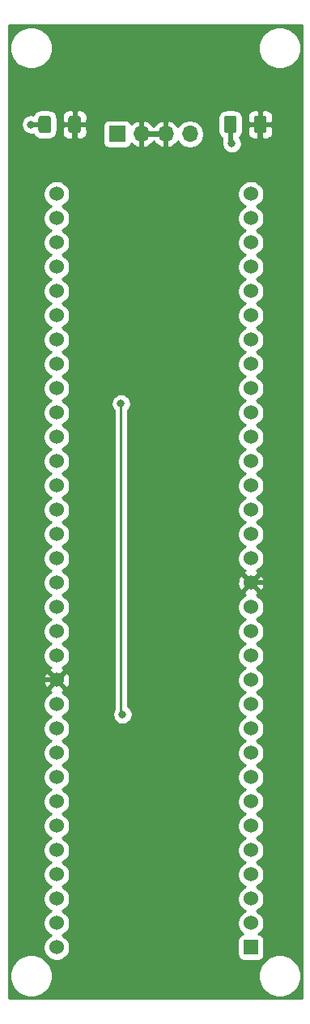
<source format=gtl>
%TF.GenerationSoftware,KiCad,Pcbnew,5.1.9+dfsg1-1~bpo10+1*%
%TF.CreationDate,2021-06-28T16:21:18+02:00*%
%TF.ProjectId,flexPiStorm,666c6578-5069-4537-946f-726d2e6b6963,0.2*%
%TF.SameCoordinates,Original*%
%TF.FileFunction,Copper,L1,Top*%
%TF.FilePolarity,Positive*%
%FSLAX46Y46*%
G04 Gerber Fmt 4.6, Leading zero omitted, Abs format (unit mm)*
G04 Created by KiCad (PCBNEW 5.1.9+dfsg1-1~bpo10+1) date 2021-06-28 16:21:18*
%MOMM*%
%LPD*%
G01*
G04 APERTURE LIST*
%TA.AperFunction,ComponentPad*%
%ADD10R,1.700000X1.700000*%
%TD*%
%TA.AperFunction,ComponentPad*%
%ADD11O,1.700000X1.700000*%
%TD*%
%TA.AperFunction,ComponentPad*%
%ADD12R,1.524000X1.524000*%
%TD*%
%TA.AperFunction,ComponentPad*%
%ADD13C,1.524000*%
%TD*%
%TA.AperFunction,ViaPad*%
%ADD14C,0.800000*%
%TD*%
%TA.AperFunction,Conductor*%
%ADD15C,0.500000*%
%TD*%
%TA.AperFunction,Conductor*%
%ADD16C,0.250000*%
%TD*%
%TA.AperFunction,Conductor*%
%ADD17C,0.254000*%
%TD*%
%TA.AperFunction,Conductor*%
%ADD18C,0.100000*%
%TD*%
G04 APERTURE END LIST*
D10*
%TO.P,J1,1*%
%TO.N,VCC*%
X137000000Y-58000000D03*
D11*
%TO.P,J1,2*%
%TO.N,GND*%
X139540000Y-58000000D03*
%TO.P,J1,3*%
X142080000Y-58000000D03*
%TO.P,J1,4*%
%TO.N,Net-(J1-Pad4)*%
X144620000Y-58000000D03*
%TD*%
D12*
%TO.P,U1,1*%
%TO.N,/P1*%
X151000000Y-143000000D03*
D13*
%TO.P,U1,2*%
%TO.N,/P3*%
X151000000Y-140460000D03*
%TO.P,U1,3*%
%TO.N,/P5*%
X151000000Y-137920000D03*
%TO.P,U1,4*%
%TO.N,/P7*%
X151000000Y-135380000D03*
%TO.P,U1,5*%
%TO.N,/P9*%
X151000000Y-132840000D03*
%TO.P,U1,6*%
%TO.N,/P11*%
X151000000Y-130300000D03*
%TO.P,U1,7*%
%TO.N,/P13*%
X151000000Y-127760000D03*
%TO.P,U1,8*%
%TO.N,/P15*%
X151000000Y-125220000D03*
%TO.P,U1,9*%
%TO.N,/P17*%
X151000000Y-122680000D03*
%TO.P,U1,10*%
%TO.N,/P19*%
X151000000Y-120140000D03*
%TO.P,U1,11*%
%TO.N,/P21*%
X151000000Y-117600000D03*
%TO.P,U1,12*%
%TO.N,/P23*%
X151000000Y-115060000D03*
%TO.P,U1,13*%
%TO.N,/P25*%
X151000000Y-112520000D03*
%TO.P,U1,14*%
%TO.N,VCC*%
X151000000Y-109980000D03*
%TO.P,U1,15*%
%TO.N,/P29*%
X151000000Y-107440000D03*
%TO.P,U1,16*%
%TO.N,GND*%
X151000000Y-104900000D03*
%TO.P,U1,17*%
%TO.N,/P33*%
X151000000Y-102360000D03*
%TO.P,U1,18*%
%TO.N,/P35*%
X151000000Y-99820000D03*
%TO.P,U1,19*%
%TO.N,/P37*%
X151000000Y-97280000D03*
%TO.P,U1,20*%
%TO.N,/P39*%
X151000000Y-94740000D03*
%TO.P,U1,21*%
%TO.N,/P41*%
X151000000Y-92200000D03*
%TO.P,U1,22*%
%TO.N,/P43*%
X151000000Y-89660000D03*
%TO.P,U1,23*%
%TO.N,/P45*%
X151000000Y-87120000D03*
%TO.P,U1,24*%
%TO.N,/P47*%
X151000000Y-84580000D03*
%TO.P,U1,25*%
%TO.N,/P49*%
X151000000Y-82040000D03*
%TO.P,U1,26*%
%TO.N,/P51*%
X151000000Y-79500000D03*
%TO.P,U1,27*%
%TO.N,/P53*%
X151000000Y-76960000D03*
%TO.P,U1,28*%
%TO.N,/P55*%
X151000000Y-74420000D03*
%TO.P,U1,29*%
%TO.N,/P57*%
X151000000Y-71880000D03*
%TO.P,U1,30*%
%TO.N,/P59*%
X151000000Y-69340000D03*
%TO.P,U1,31*%
%TO.N,/P61*%
X151000000Y-66800000D03*
%TO.P,U1,32*%
%TO.N,/P63*%
X151000000Y-64260000D03*
%TO.P,U1,33*%
%TO.N,/P64*%
X130680000Y-64260000D03*
%TO.P,U1,34*%
%TO.N,/P62*%
X130680000Y-66800000D03*
%TO.P,U1,35*%
%TO.N,/P60*%
X130680000Y-69340000D03*
%TO.P,U1,36*%
%TO.N,/P58*%
X130680000Y-71880000D03*
%TO.P,U1,37*%
%TO.N,/P56*%
X130680000Y-74420000D03*
%TO.P,U1,38*%
%TO.N,/P54*%
X130680000Y-76960000D03*
%TO.P,U1,39*%
%TO.N,/P52*%
X130680000Y-79500000D03*
%TO.P,U1,40*%
%TO.N,/P50*%
X130680000Y-82040000D03*
%TO.P,U1,41*%
%TO.N,/P48*%
X130680000Y-84580000D03*
%TO.P,U1,42*%
%TO.N,/P46*%
X130680000Y-87120000D03*
%TO.P,U1,43*%
%TO.N,/P44*%
X130680000Y-89660000D03*
%TO.P,U1,44*%
%TO.N,/P42*%
X130680000Y-92200000D03*
%TO.P,U1,45*%
%TO.N,/P40*%
X130680000Y-94740000D03*
%TO.P,U1,46*%
%TO.N,/P38*%
X130680000Y-97280000D03*
%TO.P,U1,47*%
%TO.N,/P36*%
X130680000Y-99820000D03*
%TO.P,U1,48*%
%TO.N,/P34*%
X130680000Y-102360000D03*
%TO.P,U1,49*%
%TO.N,VCC*%
X130680000Y-104900000D03*
%TO.P,U1,50*%
%TO.N,/P30*%
X130680000Y-107440000D03*
%TO.P,U1,51*%
%TO.N,/P28*%
X130680000Y-109980000D03*
%TO.P,U1,52*%
%TO.N,/P26*%
X130680000Y-112520000D03*
%TO.P,U1,53*%
%TO.N,GND*%
X130680000Y-115060000D03*
%TO.P,U1,54*%
%TO.N,/P22*%
X130680000Y-117600000D03*
%TO.P,U1,55*%
%TO.N,/P20*%
X130680000Y-120140000D03*
%TO.P,U1,56*%
%TO.N,/P18*%
X130680000Y-122680000D03*
%TO.P,U1,57*%
%TO.N,/P16*%
X130680000Y-125220000D03*
%TO.P,U1,58*%
%TO.N,/P14*%
X130680000Y-127760000D03*
%TO.P,U1,59*%
%TO.N,/P12*%
X130680000Y-130300000D03*
%TO.P,U1,60*%
%TO.N,/P10*%
X130680000Y-132840000D03*
%TO.P,U1,61*%
%TO.N,/P8*%
X130680000Y-135380000D03*
%TO.P,U1,62*%
%TO.N,/P6*%
X130680000Y-137920000D03*
%TO.P,U1,63*%
%TO.N,/P4*%
X130680000Y-140460000D03*
%TO.P,U1,64*%
%TO.N,/P2*%
X130680000Y-143000000D03*
%TD*%
%TO.P,C1,1*%
%TO.N,VCC*%
%TA.AperFunction,SMDPad,CuDef*%
G36*
G01*
X128775000Y-57650001D02*
X128775000Y-56349999D01*
G75*
G02*
X129024999Y-56100000I249999J0D01*
G01*
X129850001Y-56100000D01*
G75*
G02*
X130100000Y-56349999I0J-249999D01*
G01*
X130100000Y-57650001D01*
G75*
G02*
X129850001Y-57900000I-249999J0D01*
G01*
X129024999Y-57900000D01*
G75*
G02*
X128775000Y-57650001I0J249999D01*
G01*
G37*
%TD.AperFunction*%
%TO.P,C1,2*%
%TO.N,GND*%
%TA.AperFunction,SMDPad,CuDef*%
G36*
G01*
X131900000Y-57650001D02*
X131900000Y-56349999D01*
G75*
G02*
X132149999Y-56100000I249999J0D01*
G01*
X132975001Y-56100000D01*
G75*
G02*
X133225000Y-56349999I0J-249999D01*
G01*
X133225000Y-57650001D01*
G75*
G02*
X132975001Y-57900000I-249999J0D01*
G01*
X132149999Y-57900000D01*
G75*
G02*
X131900000Y-57650001I0J249999D01*
G01*
G37*
%TD.AperFunction*%
%TD*%
%TO.P,C2,2*%
%TO.N,GND*%
%TA.AperFunction,SMDPad,CuDef*%
G36*
G01*
X151310000Y-57650001D02*
X151310000Y-56349999D01*
G75*
G02*
X151559999Y-56100000I249999J0D01*
G01*
X152385001Y-56100000D01*
G75*
G02*
X152635000Y-56349999I0J-249999D01*
G01*
X152635000Y-57650001D01*
G75*
G02*
X152385001Y-57900000I-249999J0D01*
G01*
X151559999Y-57900000D01*
G75*
G02*
X151310000Y-57650001I0J249999D01*
G01*
G37*
%TD.AperFunction*%
%TO.P,C2,1*%
%TO.N,VCC*%
%TA.AperFunction,SMDPad,CuDef*%
G36*
G01*
X148185000Y-57650001D02*
X148185000Y-56349999D01*
G75*
G02*
X148434999Y-56100000I249999J0D01*
G01*
X149260001Y-56100000D01*
G75*
G02*
X149510000Y-56349999I0J-249999D01*
G01*
X149510000Y-57650001D01*
G75*
G02*
X149260001Y-57900000I-249999J0D01*
G01*
X148434999Y-57900000D01*
G75*
G02*
X148185000Y-57650001I0J249999D01*
G01*
G37*
%TD.AperFunction*%
%TD*%
D14*
%TO.N,VCC*%
X128000000Y-57000000D03*
X149000000Y-59000000D03*
%TO.N,GND*%
X147000000Y-64000000D03*
%TO.N,Net-(J2-Pad0)*%
X137567100Y-118654000D03*
X137416100Y-86166900D03*
%TD*%
D15*
%TO.N,VCC*%
X129437500Y-57000000D02*
X128000000Y-57000000D01*
X148847500Y-57000000D02*
X148847500Y-58847500D01*
D16*
X148847500Y-58847500D02*
X149000000Y-59000000D01*
%TO.N,GND*%
X143100000Y-61200000D02*
X143100000Y-61300000D01*
D15*
X142080000Y-58000000D02*
X142080000Y-60180000D01*
X142080000Y-60180000D02*
X143100000Y-61200000D01*
X139540000Y-58000000D02*
X142080000Y-58000000D01*
D16*
X153400000Y-61200000D02*
X153300000Y-61200000D01*
X154000000Y-61200000D02*
X153400000Y-61200000D01*
D15*
X153300000Y-61200000D02*
X153400000Y-61200000D01*
X153400000Y-61200000D02*
X154000000Y-61200000D01*
D16*
X151178000Y-61221600D02*
X153978000Y-61221600D01*
X153978000Y-61221600D02*
X154000000Y-61200000D01*
X154000000Y-61200000D02*
X154200000Y-61200000D01*
X154200000Y-61200000D02*
X154300000Y-61300000D01*
D15*
X139540000Y-58000000D02*
X139540000Y-59960000D01*
X139540000Y-59960000D02*
X138200000Y-61300000D01*
X127800000Y-61300000D02*
X126800000Y-62300000D01*
X126800000Y-62300000D02*
X126800000Y-114100000D01*
X126800000Y-114100000D02*
X127760000Y-115060000D01*
X127760000Y-115060000D02*
X130680000Y-115060000D01*
X154300000Y-61300000D02*
X154300000Y-104000000D01*
X154300000Y-104000000D02*
X153400000Y-104900000D01*
X153400000Y-104900000D02*
X151000000Y-104900000D01*
D16*
X154400000Y-61200000D02*
X154300000Y-61300000D01*
X147000000Y-61519258D02*
X147259629Y-61259629D01*
D15*
X147000000Y-64000000D02*
X147000000Y-61519258D01*
X143100000Y-61300000D02*
X147259629Y-61259629D01*
X147259629Y-61259629D02*
X151178000Y-61221600D01*
X132562500Y-57000000D02*
X132562500Y-61037500D01*
D16*
X132562500Y-61037500D02*
X132300000Y-61300000D01*
D15*
X138200000Y-61300000D02*
X132300000Y-61300000D01*
X132300000Y-61300000D02*
X127800000Y-61300000D01*
D16*
X151972500Y-60972500D02*
X152211084Y-61211084D01*
D15*
X151972500Y-57000000D02*
X151972500Y-60972500D01*
X151178000Y-61221600D02*
X152211084Y-61211084D01*
X152211084Y-61211084D02*
X153300000Y-61200000D01*
D16*
%TO.N,Net-(J2-Pad0)*%
X137567100Y-118654000D02*
X137416100Y-118503000D01*
X137416100Y-118503000D02*
X137416100Y-86166900D01*
%TD*%
D17*
%TO.N,GND*%
X156340000Y-148340000D02*
X125660000Y-148340000D01*
X125660000Y-145779872D01*
X125765000Y-145779872D01*
X125765000Y-146220128D01*
X125850890Y-146651925D01*
X126019369Y-147058669D01*
X126263962Y-147424729D01*
X126575271Y-147736038D01*
X126941331Y-147980631D01*
X127348075Y-148149110D01*
X127779872Y-148235000D01*
X128220128Y-148235000D01*
X128651925Y-148149110D01*
X129058669Y-147980631D01*
X129424729Y-147736038D01*
X129736038Y-147424729D01*
X129980631Y-147058669D01*
X130149110Y-146651925D01*
X130235000Y-146220128D01*
X130235000Y-145779872D01*
X151765000Y-145779872D01*
X151765000Y-146220128D01*
X151850890Y-146651925D01*
X152019369Y-147058669D01*
X152263962Y-147424729D01*
X152575271Y-147736038D01*
X152941331Y-147980631D01*
X153348075Y-148149110D01*
X153779872Y-148235000D01*
X154220128Y-148235000D01*
X154651925Y-148149110D01*
X155058669Y-147980631D01*
X155424729Y-147736038D01*
X155736038Y-147424729D01*
X155980631Y-147058669D01*
X156149110Y-146651925D01*
X156235000Y-146220128D01*
X156235000Y-145779872D01*
X156149110Y-145348075D01*
X155980631Y-144941331D01*
X155736038Y-144575271D01*
X155424729Y-144263962D01*
X155058669Y-144019369D01*
X154651925Y-143850890D01*
X154220128Y-143765000D01*
X153779872Y-143765000D01*
X153348075Y-143850890D01*
X152941331Y-144019369D01*
X152575271Y-144263962D01*
X152263962Y-144575271D01*
X152019369Y-144941331D01*
X151850890Y-145348075D01*
X151765000Y-145779872D01*
X130235000Y-145779872D01*
X130149110Y-145348075D01*
X129980631Y-144941331D01*
X129736038Y-144575271D01*
X129424729Y-144263962D01*
X129058669Y-144019369D01*
X128651925Y-143850890D01*
X128220128Y-143765000D01*
X127779872Y-143765000D01*
X127348075Y-143850890D01*
X126941331Y-144019369D01*
X126575271Y-144263962D01*
X126263962Y-144575271D01*
X126019369Y-144941331D01*
X125850890Y-145348075D01*
X125765000Y-145779872D01*
X125660000Y-145779872D01*
X125660000Y-117462408D01*
X129283000Y-117462408D01*
X129283000Y-117737592D01*
X129336686Y-118007490D01*
X129441995Y-118261727D01*
X129594880Y-118490535D01*
X129789465Y-118685120D01*
X130018273Y-118838005D01*
X130095515Y-118870000D01*
X130018273Y-118901995D01*
X129789465Y-119054880D01*
X129594880Y-119249465D01*
X129441995Y-119478273D01*
X129336686Y-119732510D01*
X129283000Y-120002408D01*
X129283000Y-120277592D01*
X129336686Y-120547490D01*
X129441995Y-120801727D01*
X129594880Y-121030535D01*
X129789465Y-121225120D01*
X130018273Y-121378005D01*
X130095515Y-121410000D01*
X130018273Y-121441995D01*
X129789465Y-121594880D01*
X129594880Y-121789465D01*
X129441995Y-122018273D01*
X129336686Y-122272510D01*
X129283000Y-122542408D01*
X129283000Y-122817592D01*
X129336686Y-123087490D01*
X129441995Y-123341727D01*
X129594880Y-123570535D01*
X129789465Y-123765120D01*
X130018273Y-123918005D01*
X130095515Y-123950000D01*
X130018273Y-123981995D01*
X129789465Y-124134880D01*
X129594880Y-124329465D01*
X129441995Y-124558273D01*
X129336686Y-124812510D01*
X129283000Y-125082408D01*
X129283000Y-125357592D01*
X129336686Y-125627490D01*
X129441995Y-125881727D01*
X129594880Y-126110535D01*
X129789465Y-126305120D01*
X130018273Y-126458005D01*
X130095515Y-126490000D01*
X130018273Y-126521995D01*
X129789465Y-126674880D01*
X129594880Y-126869465D01*
X129441995Y-127098273D01*
X129336686Y-127352510D01*
X129283000Y-127622408D01*
X129283000Y-127897592D01*
X129336686Y-128167490D01*
X129441995Y-128421727D01*
X129594880Y-128650535D01*
X129789465Y-128845120D01*
X130018273Y-128998005D01*
X130095515Y-129030000D01*
X130018273Y-129061995D01*
X129789465Y-129214880D01*
X129594880Y-129409465D01*
X129441995Y-129638273D01*
X129336686Y-129892510D01*
X129283000Y-130162408D01*
X129283000Y-130437592D01*
X129336686Y-130707490D01*
X129441995Y-130961727D01*
X129594880Y-131190535D01*
X129789465Y-131385120D01*
X130018273Y-131538005D01*
X130095515Y-131570000D01*
X130018273Y-131601995D01*
X129789465Y-131754880D01*
X129594880Y-131949465D01*
X129441995Y-132178273D01*
X129336686Y-132432510D01*
X129283000Y-132702408D01*
X129283000Y-132977592D01*
X129336686Y-133247490D01*
X129441995Y-133501727D01*
X129594880Y-133730535D01*
X129789465Y-133925120D01*
X130018273Y-134078005D01*
X130095515Y-134110000D01*
X130018273Y-134141995D01*
X129789465Y-134294880D01*
X129594880Y-134489465D01*
X129441995Y-134718273D01*
X129336686Y-134972510D01*
X129283000Y-135242408D01*
X129283000Y-135517592D01*
X129336686Y-135787490D01*
X129441995Y-136041727D01*
X129594880Y-136270535D01*
X129789465Y-136465120D01*
X130018273Y-136618005D01*
X130095515Y-136650000D01*
X130018273Y-136681995D01*
X129789465Y-136834880D01*
X129594880Y-137029465D01*
X129441995Y-137258273D01*
X129336686Y-137512510D01*
X129283000Y-137782408D01*
X129283000Y-138057592D01*
X129336686Y-138327490D01*
X129441995Y-138581727D01*
X129594880Y-138810535D01*
X129789465Y-139005120D01*
X130018273Y-139158005D01*
X130095515Y-139190000D01*
X130018273Y-139221995D01*
X129789465Y-139374880D01*
X129594880Y-139569465D01*
X129441995Y-139798273D01*
X129336686Y-140052510D01*
X129283000Y-140322408D01*
X129283000Y-140597592D01*
X129336686Y-140867490D01*
X129441995Y-141121727D01*
X129594880Y-141350535D01*
X129789465Y-141545120D01*
X130018273Y-141698005D01*
X130095515Y-141730000D01*
X130018273Y-141761995D01*
X129789465Y-141914880D01*
X129594880Y-142109465D01*
X129441995Y-142338273D01*
X129336686Y-142592510D01*
X129283000Y-142862408D01*
X129283000Y-143137592D01*
X129336686Y-143407490D01*
X129441995Y-143661727D01*
X129594880Y-143890535D01*
X129789465Y-144085120D01*
X130018273Y-144238005D01*
X130272510Y-144343314D01*
X130542408Y-144397000D01*
X130817592Y-144397000D01*
X131087490Y-144343314D01*
X131341727Y-144238005D01*
X131570535Y-144085120D01*
X131765120Y-143890535D01*
X131918005Y-143661727D01*
X132023314Y-143407490D01*
X132077000Y-143137592D01*
X132077000Y-142862408D01*
X132023314Y-142592510D01*
X131918005Y-142338273D01*
X131851005Y-142238000D01*
X149599928Y-142238000D01*
X149599928Y-143762000D01*
X149612188Y-143886482D01*
X149648498Y-144006180D01*
X149707463Y-144116494D01*
X149786815Y-144213185D01*
X149883506Y-144292537D01*
X149993820Y-144351502D01*
X150113518Y-144387812D01*
X150238000Y-144400072D01*
X151762000Y-144400072D01*
X151886482Y-144387812D01*
X152006180Y-144351502D01*
X152116494Y-144292537D01*
X152213185Y-144213185D01*
X152292537Y-144116494D01*
X152351502Y-144006180D01*
X152387812Y-143886482D01*
X152400072Y-143762000D01*
X152400072Y-142238000D01*
X152387812Y-142113518D01*
X152351502Y-141993820D01*
X152292537Y-141883506D01*
X152213185Y-141786815D01*
X152116494Y-141707463D01*
X152006180Y-141648498D01*
X151886482Y-141612188D01*
X151802535Y-141603920D01*
X151890535Y-141545120D01*
X152085120Y-141350535D01*
X152238005Y-141121727D01*
X152343314Y-140867490D01*
X152397000Y-140597592D01*
X152397000Y-140322408D01*
X152343314Y-140052510D01*
X152238005Y-139798273D01*
X152085120Y-139569465D01*
X151890535Y-139374880D01*
X151661727Y-139221995D01*
X151584485Y-139190000D01*
X151661727Y-139158005D01*
X151890535Y-139005120D01*
X152085120Y-138810535D01*
X152238005Y-138581727D01*
X152343314Y-138327490D01*
X152397000Y-138057592D01*
X152397000Y-137782408D01*
X152343314Y-137512510D01*
X152238005Y-137258273D01*
X152085120Y-137029465D01*
X151890535Y-136834880D01*
X151661727Y-136681995D01*
X151584485Y-136650000D01*
X151661727Y-136618005D01*
X151890535Y-136465120D01*
X152085120Y-136270535D01*
X152238005Y-136041727D01*
X152343314Y-135787490D01*
X152397000Y-135517592D01*
X152397000Y-135242408D01*
X152343314Y-134972510D01*
X152238005Y-134718273D01*
X152085120Y-134489465D01*
X151890535Y-134294880D01*
X151661727Y-134141995D01*
X151584485Y-134110000D01*
X151661727Y-134078005D01*
X151890535Y-133925120D01*
X152085120Y-133730535D01*
X152238005Y-133501727D01*
X152343314Y-133247490D01*
X152397000Y-132977592D01*
X152397000Y-132702408D01*
X152343314Y-132432510D01*
X152238005Y-132178273D01*
X152085120Y-131949465D01*
X151890535Y-131754880D01*
X151661727Y-131601995D01*
X151584485Y-131570000D01*
X151661727Y-131538005D01*
X151890535Y-131385120D01*
X152085120Y-131190535D01*
X152238005Y-130961727D01*
X152343314Y-130707490D01*
X152397000Y-130437592D01*
X152397000Y-130162408D01*
X152343314Y-129892510D01*
X152238005Y-129638273D01*
X152085120Y-129409465D01*
X151890535Y-129214880D01*
X151661727Y-129061995D01*
X151584485Y-129030000D01*
X151661727Y-128998005D01*
X151890535Y-128845120D01*
X152085120Y-128650535D01*
X152238005Y-128421727D01*
X152343314Y-128167490D01*
X152397000Y-127897592D01*
X152397000Y-127622408D01*
X152343314Y-127352510D01*
X152238005Y-127098273D01*
X152085120Y-126869465D01*
X151890535Y-126674880D01*
X151661727Y-126521995D01*
X151584485Y-126490000D01*
X151661727Y-126458005D01*
X151890535Y-126305120D01*
X152085120Y-126110535D01*
X152238005Y-125881727D01*
X152343314Y-125627490D01*
X152397000Y-125357592D01*
X152397000Y-125082408D01*
X152343314Y-124812510D01*
X152238005Y-124558273D01*
X152085120Y-124329465D01*
X151890535Y-124134880D01*
X151661727Y-123981995D01*
X151584485Y-123950000D01*
X151661727Y-123918005D01*
X151890535Y-123765120D01*
X152085120Y-123570535D01*
X152238005Y-123341727D01*
X152343314Y-123087490D01*
X152397000Y-122817592D01*
X152397000Y-122542408D01*
X152343314Y-122272510D01*
X152238005Y-122018273D01*
X152085120Y-121789465D01*
X151890535Y-121594880D01*
X151661727Y-121441995D01*
X151584485Y-121410000D01*
X151661727Y-121378005D01*
X151890535Y-121225120D01*
X152085120Y-121030535D01*
X152238005Y-120801727D01*
X152343314Y-120547490D01*
X152397000Y-120277592D01*
X152397000Y-120002408D01*
X152343314Y-119732510D01*
X152238005Y-119478273D01*
X152085120Y-119249465D01*
X151890535Y-119054880D01*
X151661727Y-118901995D01*
X151584485Y-118870000D01*
X151661727Y-118838005D01*
X151890535Y-118685120D01*
X152085120Y-118490535D01*
X152238005Y-118261727D01*
X152343314Y-118007490D01*
X152397000Y-117737592D01*
X152397000Y-117462408D01*
X152343314Y-117192510D01*
X152238005Y-116938273D01*
X152085120Y-116709465D01*
X151890535Y-116514880D01*
X151661727Y-116361995D01*
X151584485Y-116330000D01*
X151661727Y-116298005D01*
X151890535Y-116145120D01*
X152085120Y-115950535D01*
X152238005Y-115721727D01*
X152343314Y-115467490D01*
X152397000Y-115197592D01*
X152397000Y-114922408D01*
X152343314Y-114652510D01*
X152238005Y-114398273D01*
X152085120Y-114169465D01*
X151890535Y-113974880D01*
X151661727Y-113821995D01*
X151584485Y-113790000D01*
X151661727Y-113758005D01*
X151890535Y-113605120D01*
X152085120Y-113410535D01*
X152238005Y-113181727D01*
X152343314Y-112927490D01*
X152397000Y-112657592D01*
X152397000Y-112382408D01*
X152343314Y-112112510D01*
X152238005Y-111858273D01*
X152085120Y-111629465D01*
X151890535Y-111434880D01*
X151661727Y-111281995D01*
X151584485Y-111250000D01*
X151661727Y-111218005D01*
X151890535Y-111065120D01*
X152085120Y-110870535D01*
X152238005Y-110641727D01*
X152343314Y-110387490D01*
X152397000Y-110117592D01*
X152397000Y-109842408D01*
X152343314Y-109572510D01*
X152238005Y-109318273D01*
X152085120Y-109089465D01*
X151890535Y-108894880D01*
X151661727Y-108741995D01*
X151584485Y-108710000D01*
X151661727Y-108678005D01*
X151890535Y-108525120D01*
X152085120Y-108330535D01*
X152238005Y-108101727D01*
X152343314Y-107847490D01*
X152397000Y-107577592D01*
X152397000Y-107302408D01*
X152343314Y-107032510D01*
X152238005Y-106778273D01*
X152085120Y-106549465D01*
X151890535Y-106354880D01*
X151661727Y-106201995D01*
X151590057Y-106172308D01*
X151603023Y-106167636D01*
X151718980Y-106105656D01*
X151785960Y-105865565D01*
X151000000Y-105079605D01*
X150214040Y-105865565D01*
X150281020Y-106105656D01*
X150416760Y-106169485D01*
X150338273Y-106201995D01*
X150109465Y-106354880D01*
X149914880Y-106549465D01*
X149761995Y-106778273D01*
X149656686Y-107032510D01*
X149603000Y-107302408D01*
X149603000Y-107577592D01*
X149656686Y-107847490D01*
X149761995Y-108101727D01*
X149914880Y-108330535D01*
X150109465Y-108525120D01*
X150338273Y-108678005D01*
X150415515Y-108710000D01*
X150338273Y-108741995D01*
X150109465Y-108894880D01*
X149914880Y-109089465D01*
X149761995Y-109318273D01*
X149656686Y-109572510D01*
X149603000Y-109842408D01*
X149603000Y-110117592D01*
X149656686Y-110387490D01*
X149761995Y-110641727D01*
X149914880Y-110870535D01*
X150109465Y-111065120D01*
X150338273Y-111218005D01*
X150415515Y-111250000D01*
X150338273Y-111281995D01*
X150109465Y-111434880D01*
X149914880Y-111629465D01*
X149761995Y-111858273D01*
X149656686Y-112112510D01*
X149603000Y-112382408D01*
X149603000Y-112657592D01*
X149656686Y-112927490D01*
X149761995Y-113181727D01*
X149914880Y-113410535D01*
X150109465Y-113605120D01*
X150338273Y-113758005D01*
X150415515Y-113790000D01*
X150338273Y-113821995D01*
X150109465Y-113974880D01*
X149914880Y-114169465D01*
X149761995Y-114398273D01*
X149656686Y-114652510D01*
X149603000Y-114922408D01*
X149603000Y-115197592D01*
X149656686Y-115467490D01*
X149761995Y-115721727D01*
X149914880Y-115950535D01*
X150109465Y-116145120D01*
X150338273Y-116298005D01*
X150415515Y-116330000D01*
X150338273Y-116361995D01*
X150109465Y-116514880D01*
X149914880Y-116709465D01*
X149761995Y-116938273D01*
X149656686Y-117192510D01*
X149603000Y-117462408D01*
X149603000Y-117737592D01*
X149656686Y-118007490D01*
X149761995Y-118261727D01*
X149914880Y-118490535D01*
X150109465Y-118685120D01*
X150338273Y-118838005D01*
X150415515Y-118870000D01*
X150338273Y-118901995D01*
X150109465Y-119054880D01*
X149914880Y-119249465D01*
X149761995Y-119478273D01*
X149656686Y-119732510D01*
X149603000Y-120002408D01*
X149603000Y-120277592D01*
X149656686Y-120547490D01*
X149761995Y-120801727D01*
X149914880Y-121030535D01*
X150109465Y-121225120D01*
X150338273Y-121378005D01*
X150415515Y-121410000D01*
X150338273Y-121441995D01*
X150109465Y-121594880D01*
X149914880Y-121789465D01*
X149761995Y-122018273D01*
X149656686Y-122272510D01*
X149603000Y-122542408D01*
X149603000Y-122817592D01*
X149656686Y-123087490D01*
X149761995Y-123341727D01*
X149914880Y-123570535D01*
X150109465Y-123765120D01*
X150338273Y-123918005D01*
X150415515Y-123950000D01*
X150338273Y-123981995D01*
X150109465Y-124134880D01*
X149914880Y-124329465D01*
X149761995Y-124558273D01*
X149656686Y-124812510D01*
X149603000Y-125082408D01*
X149603000Y-125357592D01*
X149656686Y-125627490D01*
X149761995Y-125881727D01*
X149914880Y-126110535D01*
X150109465Y-126305120D01*
X150338273Y-126458005D01*
X150415515Y-126490000D01*
X150338273Y-126521995D01*
X150109465Y-126674880D01*
X149914880Y-126869465D01*
X149761995Y-127098273D01*
X149656686Y-127352510D01*
X149603000Y-127622408D01*
X149603000Y-127897592D01*
X149656686Y-128167490D01*
X149761995Y-128421727D01*
X149914880Y-128650535D01*
X150109465Y-128845120D01*
X150338273Y-128998005D01*
X150415515Y-129030000D01*
X150338273Y-129061995D01*
X150109465Y-129214880D01*
X149914880Y-129409465D01*
X149761995Y-129638273D01*
X149656686Y-129892510D01*
X149603000Y-130162408D01*
X149603000Y-130437592D01*
X149656686Y-130707490D01*
X149761995Y-130961727D01*
X149914880Y-131190535D01*
X150109465Y-131385120D01*
X150338273Y-131538005D01*
X150415515Y-131570000D01*
X150338273Y-131601995D01*
X150109465Y-131754880D01*
X149914880Y-131949465D01*
X149761995Y-132178273D01*
X149656686Y-132432510D01*
X149603000Y-132702408D01*
X149603000Y-132977592D01*
X149656686Y-133247490D01*
X149761995Y-133501727D01*
X149914880Y-133730535D01*
X150109465Y-133925120D01*
X150338273Y-134078005D01*
X150415515Y-134110000D01*
X150338273Y-134141995D01*
X150109465Y-134294880D01*
X149914880Y-134489465D01*
X149761995Y-134718273D01*
X149656686Y-134972510D01*
X149603000Y-135242408D01*
X149603000Y-135517592D01*
X149656686Y-135787490D01*
X149761995Y-136041727D01*
X149914880Y-136270535D01*
X150109465Y-136465120D01*
X150338273Y-136618005D01*
X150415515Y-136650000D01*
X150338273Y-136681995D01*
X150109465Y-136834880D01*
X149914880Y-137029465D01*
X149761995Y-137258273D01*
X149656686Y-137512510D01*
X149603000Y-137782408D01*
X149603000Y-138057592D01*
X149656686Y-138327490D01*
X149761995Y-138581727D01*
X149914880Y-138810535D01*
X150109465Y-139005120D01*
X150338273Y-139158005D01*
X150415515Y-139190000D01*
X150338273Y-139221995D01*
X150109465Y-139374880D01*
X149914880Y-139569465D01*
X149761995Y-139798273D01*
X149656686Y-140052510D01*
X149603000Y-140322408D01*
X149603000Y-140597592D01*
X149656686Y-140867490D01*
X149761995Y-141121727D01*
X149914880Y-141350535D01*
X150109465Y-141545120D01*
X150197465Y-141603920D01*
X150113518Y-141612188D01*
X149993820Y-141648498D01*
X149883506Y-141707463D01*
X149786815Y-141786815D01*
X149707463Y-141883506D01*
X149648498Y-141993820D01*
X149612188Y-142113518D01*
X149599928Y-142238000D01*
X131851005Y-142238000D01*
X131765120Y-142109465D01*
X131570535Y-141914880D01*
X131341727Y-141761995D01*
X131264485Y-141730000D01*
X131341727Y-141698005D01*
X131570535Y-141545120D01*
X131765120Y-141350535D01*
X131918005Y-141121727D01*
X132023314Y-140867490D01*
X132077000Y-140597592D01*
X132077000Y-140322408D01*
X132023314Y-140052510D01*
X131918005Y-139798273D01*
X131765120Y-139569465D01*
X131570535Y-139374880D01*
X131341727Y-139221995D01*
X131264485Y-139190000D01*
X131341727Y-139158005D01*
X131570535Y-139005120D01*
X131765120Y-138810535D01*
X131918005Y-138581727D01*
X132023314Y-138327490D01*
X132077000Y-138057592D01*
X132077000Y-137782408D01*
X132023314Y-137512510D01*
X131918005Y-137258273D01*
X131765120Y-137029465D01*
X131570535Y-136834880D01*
X131341727Y-136681995D01*
X131264485Y-136650000D01*
X131341727Y-136618005D01*
X131570535Y-136465120D01*
X131765120Y-136270535D01*
X131918005Y-136041727D01*
X132023314Y-135787490D01*
X132077000Y-135517592D01*
X132077000Y-135242408D01*
X132023314Y-134972510D01*
X131918005Y-134718273D01*
X131765120Y-134489465D01*
X131570535Y-134294880D01*
X131341727Y-134141995D01*
X131264485Y-134110000D01*
X131341727Y-134078005D01*
X131570535Y-133925120D01*
X131765120Y-133730535D01*
X131918005Y-133501727D01*
X132023314Y-133247490D01*
X132077000Y-132977592D01*
X132077000Y-132702408D01*
X132023314Y-132432510D01*
X131918005Y-132178273D01*
X131765120Y-131949465D01*
X131570535Y-131754880D01*
X131341727Y-131601995D01*
X131264485Y-131570000D01*
X131341727Y-131538005D01*
X131570535Y-131385120D01*
X131765120Y-131190535D01*
X131918005Y-130961727D01*
X132023314Y-130707490D01*
X132077000Y-130437592D01*
X132077000Y-130162408D01*
X132023314Y-129892510D01*
X131918005Y-129638273D01*
X131765120Y-129409465D01*
X131570535Y-129214880D01*
X131341727Y-129061995D01*
X131264485Y-129030000D01*
X131341727Y-128998005D01*
X131570535Y-128845120D01*
X131765120Y-128650535D01*
X131918005Y-128421727D01*
X132023314Y-128167490D01*
X132077000Y-127897592D01*
X132077000Y-127622408D01*
X132023314Y-127352510D01*
X131918005Y-127098273D01*
X131765120Y-126869465D01*
X131570535Y-126674880D01*
X131341727Y-126521995D01*
X131264485Y-126490000D01*
X131341727Y-126458005D01*
X131570535Y-126305120D01*
X131765120Y-126110535D01*
X131918005Y-125881727D01*
X132023314Y-125627490D01*
X132077000Y-125357592D01*
X132077000Y-125082408D01*
X132023314Y-124812510D01*
X131918005Y-124558273D01*
X131765120Y-124329465D01*
X131570535Y-124134880D01*
X131341727Y-123981995D01*
X131264485Y-123950000D01*
X131341727Y-123918005D01*
X131570535Y-123765120D01*
X131765120Y-123570535D01*
X131918005Y-123341727D01*
X132023314Y-123087490D01*
X132077000Y-122817592D01*
X132077000Y-122542408D01*
X132023314Y-122272510D01*
X131918005Y-122018273D01*
X131765120Y-121789465D01*
X131570535Y-121594880D01*
X131341727Y-121441995D01*
X131264485Y-121410000D01*
X131341727Y-121378005D01*
X131570535Y-121225120D01*
X131765120Y-121030535D01*
X131918005Y-120801727D01*
X132023314Y-120547490D01*
X132077000Y-120277592D01*
X132077000Y-120002408D01*
X132023314Y-119732510D01*
X131918005Y-119478273D01*
X131765120Y-119249465D01*
X131570535Y-119054880D01*
X131341727Y-118901995D01*
X131264485Y-118870000D01*
X131341727Y-118838005D01*
X131570535Y-118685120D01*
X131765120Y-118490535D01*
X131918005Y-118261727D01*
X132023314Y-118007490D01*
X132077000Y-117737592D01*
X132077000Y-117462408D01*
X132023314Y-117192510D01*
X131918005Y-116938273D01*
X131765120Y-116709465D01*
X131570535Y-116514880D01*
X131341727Y-116361995D01*
X131270057Y-116332308D01*
X131283023Y-116327636D01*
X131398980Y-116265656D01*
X131465960Y-116025565D01*
X130680000Y-115239605D01*
X129894040Y-116025565D01*
X129961020Y-116265656D01*
X130096760Y-116329485D01*
X130018273Y-116361995D01*
X129789465Y-116514880D01*
X129594880Y-116709465D01*
X129441995Y-116938273D01*
X129336686Y-117192510D01*
X129283000Y-117462408D01*
X125660000Y-117462408D01*
X125660000Y-115132017D01*
X129278090Y-115132017D01*
X129319078Y-115404133D01*
X129412364Y-115663023D01*
X129474344Y-115778980D01*
X129714435Y-115845960D01*
X130500395Y-115060000D01*
X130859605Y-115060000D01*
X131645565Y-115845960D01*
X131885656Y-115778980D01*
X132002756Y-115529952D01*
X132069023Y-115262865D01*
X132081910Y-114987983D01*
X132040922Y-114715867D01*
X131947636Y-114456977D01*
X131885656Y-114341020D01*
X131645565Y-114274040D01*
X130859605Y-115060000D01*
X130500395Y-115060000D01*
X129714435Y-114274040D01*
X129474344Y-114341020D01*
X129357244Y-114590048D01*
X129290977Y-114857135D01*
X129278090Y-115132017D01*
X125660000Y-115132017D01*
X125660000Y-64122408D01*
X129283000Y-64122408D01*
X129283000Y-64397592D01*
X129336686Y-64667490D01*
X129441995Y-64921727D01*
X129594880Y-65150535D01*
X129789465Y-65345120D01*
X130018273Y-65498005D01*
X130095515Y-65530000D01*
X130018273Y-65561995D01*
X129789465Y-65714880D01*
X129594880Y-65909465D01*
X129441995Y-66138273D01*
X129336686Y-66392510D01*
X129283000Y-66662408D01*
X129283000Y-66937592D01*
X129336686Y-67207490D01*
X129441995Y-67461727D01*
X129594880Y-67690535D01*
X129789465Y-67885120D01*
X130018273Y-68038005D01*
X130095515Y-68070000D01*
X130018273Y-68101995D01*
X129789465Y-68254880D01*
X129594880Y-68449465D01*
X129441995Y-68678273D01*
X129336686Y-68932510D01*
X129283000Y-69202408D01*
X129283000Y-69477592D01*
X129336686Y-69747490D01*
X129441995Y-70001727D01*
X129594880Y-70230535D01*
X129789465Y-70425120D01*
X130018273Y-70578005D01*
X130095515Y-70610000D01*
X130018273Y-70641995D01*
X129789465Y-70794880D01*
X129594880Y-70989465D01*
X129441995Y-71218273D01*
X129336686Y-71472510D01*
X129283000Y-71742408D01*
X129283000Y-72017592D01*
X129336686Y-72287490D01*
X129441995Y-72541727D01*
X129594880Y-72770535D01*
X129789465Y-72965120D01*
X130018273Y-73118005D01*
X130095515Y-73150000D01*
X130018273Y-73181995D01*
X129789465Y-73334880D01*
X129594880Y-73529465D01*
X129441995Y-73758273D01*
X129336686Y-74012510D01*
X129283000Y-74282408D01*
X129283000Y-74557592D01*
X129336686Y-74827490D01*
X129441995Y-75081727D01*
X129594880Y-75310535D01*
X129789465Y-75505120D01*
X130018273Y-75658005D01*
X130095515Y-75690000D01*
X130018273Y-75721995D01*
X129789465Y-75874880D01*
X129594880Y-76069465D01*
X129441995Y-76298273D01*
X129336686Y-76552510D01*
X129283000Y-76822408D01*
X129283000Y-77097592D01*
X129336686Y-77367490D01*
X129441995Y-77621727D01*
X129594880Y-77850535D01*
X129789465Y-78045120D01*
X130018273Y-78198005D01*
X130095515Y-78230000D01*
X130018273Y-78261995D01*
X129789465Y-78414880D01*
X129594880Y-78609465D01*
X129441995Y-78838273D01*
X129336686Y-79092510D01*
X129283000Y-79362408D01*
X129283000Y-79637592D01*
X129336686Y-79907490D01*
X129441995Y-80161727D01*
X129594880Y-80390535D01*
X129789465Y-80585120D01*
X130018273Y-80738005D01*
X130095515Y-80770000D01*
X130018273Y-80801995D01*
X129789465Y-80954880D01*
X129594880Y-81149465D01*
X129441995Y-81378273D01*
X129336686Y-81632510D01*
X129283000Y-81902408D01*
X129283000Y-82177592D01*
X129336686Y-82447490D01*
X129441995Y-82701727D01*
X129594880Y-82930535D01*
X129789465Y-83125120D01*
X130018273Y-83278005D01*
X130095515Y-83310000D01*
X130018273Y-83341995D01*
X129789465Y-83494880D01*
X129594880Y-83689465D01*
X129441995Y-83918273D01*
X129336686Y-84172510D01*
X129283000Y-84442408D01*
X129283000Y-84717592D01*
X129336686Y-84987490D01*
X129441995Y-85241727D01*
X129594880Y-85470535D01*
X129789465Y-85665120D01*
X130018273Y-85818005D01*
X130095515Y-85850000D01*
X130018273Y-85881995D01*
X129789465Y-86034880D01*
X129594880Y-86229465D01*
X129441995Y-86458273D01*
X129336686Y-86712510D01*
X129283000Y-86982408D01*
X129283000Y-87257592D01*
X129336686Y-87527490D01*
X129441995Y-87781727D01*
X129594880Y-88010535D01*
X129789465Y-88205120D01*
X130018273Y-88358005D01*
X130095515Y-88390000D01*
X130018273Y-88421995D01*
X129789465Y-88574880D01*
X129594880Y-88769465D01*
X129441995Y-88998273D01*
X129336686Y-89252510D01*
X129283000Y-89522408D01*
X129283000Y-89797592D01*
X129336686Y-90067490D01*
X129441995Y-90321727D01*
X129594880Y-90550535D01*
X129789465Y-90745120D01*
X130018273Y-90898005D01*
X130095515Y-90930000D01*
X130018273Y-90961995D01*
X129789465Y-91114880D01*
X129594880Y-91309465D01*
X129441995Y-91538273D01*
X129336686Y-91792510D01*
X129283000Y-92062408D01*
X129283000Y-92337592D01*
X129336686Y-92607490D01*
X129441995Y-92861727D01*
X129594880Y-93090535D01*
X129789465Y-93285120D01*
X130018273Y-93438005D01*
X130095515Y-93470000D01*
X130018273Y-93501995D01*
X129789465Y-93654880D01*
X129594880Y-93849465D01*
X129441995Y-94078273D01*
X129336686Y-94332510D01*
X129283000Y-94602408D01*
X129283000Y-94877592D01*
X129336686Y-95147490D01*
X129441995Y-95401727D01*
X129594880Y-95630535D01*
X129789465Y-95825120D01*
X130018273Y-95978005D01*
X130095515Y-96010000D01*
X130018273Y-96041995D01*
X129789465Y-96194880D01*
X129594880Y-96389465D01*
X129441995Y-96618273D01*
X129336686Y-96872510D01*
X129283000Y-97142408D01*
X129283000Y-97417592D01*
X129336686Y-97687490D01*
X129441995Y-97941727D01*
X129594880Y-98170535D01*
X129789465Y-98365120D01*
X130018273Y-98518005D01*
X130095515Y-98550000D01*
X130018273Y-98581995D01*
X129789465Y-98734880D01*
X129594880Y-98929465D01*
X129441995Y-99158273D01*
X129336686Y-99412510D01*
X129283000Y-99682408D01*
X129283000Y-99957592D01*
X129336686Y-100227490D01*
X129441995Y-100481727D01*
X129594880Y-100710535D01*
X129789465Y-100905120D01*
X130018273Y-101058005D01*
X130095515Y-101090000D01*
X130018273Y-101121995D01*
X129789465Y-101274880D01*
X129594880Y-101469465D01*
X129441995Y-101698273D01*
X129336686Y-101952510D01*
X129283000Y-102222408D01*
X129283000Y-102497592D01*
X129336686Y-102767490D01*
X129441995Y-103021727D01*
X129594880Y-103250535D01*
X129789465Y-103445120D01*
X130018273Y-103598005D01*
X130095515Y-103630000D01*
X130018273Y-103661995D01*
X129789465Y-103814880D01*
X129594880Y-104009465D01*
X129441995Y-104238273D01*
X129336686Y-104492510D01*
X129283000Y-104762408D01*
X129283000Y-105037592D01*
X129336686Y-105307490D01*
X129441995Y-105561727D01*
X129594880Y-105790535D01*
X129789465Y-105985120D01*
X130018273Y-106138005D01*
X130095515Y-106170000D01*
X130018273Y-106201995D01*
X129789465Y-106354880D01*
X129594880Y-106549465D01*
X129441995Y-106778273D01*
X129336686Y-107032510D01*
X129283000Y-107302408D01*
X129283000Y-107577592D01*
X129336686Y-107847490D01*
X129441995Y-108101727D01*
X129594880Y-108330535D01*
X129789465Y-108525120D01*
X130018273Y-108678005D01*
X130095515Y-108710000D01*
X130018273Y-108741995D01*
X129789465Y-108894880D01*
X129594880Y-109089465D01*
X129441995Y-109318273D01*
X129336686Y-109572510D01*
X129283000Y-109842408D01*
X129283000Y-110117592D01*
X129336686Y-110387490D01*
X129441995Y-110641727D01*
X129594880Y-110870535D01*
X129789465Y-111065120D01*
X130018273Y-111218005D01*
X130095515Y-111250000D01*
X130018273Y-111281995D01*
X129789465Y-111434880D01*
X129594880Y-111629465D01*
X129441995Y-111858273D01*
X129336686Y-112112510D01*
X129283000Y-112382408D01*
X129283000Y-112657592D01*
X129336686Y-112927490D01*
X129441995Y-113181727D01*
X129594880Y-113410535D01*
X129789465Y-113605120D01*
X130018273Y-113758005D01*
X130089943Y-113787692D01*
X130076977Y-113792364D01*
X129961020Y-113854344D01*
X129894040Y-114094435D01*
X130680000Y-114880395D01*
X131465960Y-114094435D01*
X131398980Y-113854344D01*
X131263240Y-113790515D01*
X131341727Y-113758005D01*
X131570535Y-113605120D01*
X131765120Y-113410535D01*
X131918005Y-113181727D01*
X132023314Y-112927490D01*
X132077000Y-112657592D01*
X132077000Y-112382408D01*
X132023314Y-112112510D01*
X131918005Y-111858273D01*
X131765120Y-111629465D01*
X131570535Y-111434880D01*
X131341727Y-111281995D01*
X131264485Y-111250000D01*
X131341727Y-111218005D01*
X131570535Y-111065120D01*
X131765120Y-110870535D01*
X131918005Y-110641727D01*
X132023314Y-110387490D01*
X132077000Y-110117592D01*
X132077000Y-109842408D01*
X132023314Y-109572510D01*
X131918005Y-109318273D01*
X131765120Y-109089465D01*
X131570535Y-108894880D01*
X131341727Y-108741995D01*
X131264485Y-108710000D01*
X131341727Y-108678005D01*
X131570535Y-108525120D01*
X131765120Y-108330535D01*
X131918005Y-108101727D01*
X132023314Y-107847490D01*
X132077000Y-107577592D01*
X132077000Y-107302408D01*
X132023314Y-107032510D01*
X131918005Y-106778273D01*
X131765120Y-106549465D01*
X131570535Y-106354880D01*
X131341727Y-106201995D01*
X131264485Y-106170000D01*
X131341727Y-106138005D01*
X131570535Y-105985120D01*
X131765120Y-105790535D01*
X131918005Y-105561727D01*
X132023314Y-105307490D01*
X132077000Y-105037592D01*
X132077000Y-104762408D01*
X132023314Y-104492510D01*
X131918005Y-104238273D01*
X131765120Y-104009465D01*
X131570535Y-103814880D01*
X131341727Y-103661995D01*
X131264485Y-103630000D01*
X131341727Y-103598005D01*
X131570535Y-103445120D01*
X131765120Y-103250535D01*
X131918005Y-103021727D01*
X132023314Y-102767490D01*
X132077000Y-102497592D01*
X132077000Y-102222408D01*
X132023314Y-101952510D01*
X131918005Y-101698273D01*
X131765120Y-101469465D01*
X131570535Y-101274880D01*
X131341727Y-101121995D01*
X131264485Y-101090000D01*
X131341727Y-101058005D01*
X131570535Y-100905120D01*
X131765120Y-100710535D01*
X131918005Y-100481727D01*
X132023314Y-100227490D01*
X132077000Y-99957592D01*
X132077000Y-99682408D01*
X132023314Y-99412510D01*
X131918005Y-99158273D01*
X131765120Y-98929465D01*
X131570535Y-98734880D01*
X131341727Y-98581995D01*
X131264485Y-98550000D01*
X131341727Y-98518005D01*
X131570535Y-98365120D01*
X131765120Y-98170535D01*
X131918005Y-97941727D01*
X132023314Y-97687490D01*
X132077000Y-97417592D01*
X132077000Y-97142408D01*
X132023314Y-96872510D01*
X131918005Y-96618273D01*
X131765120Y-96389465D01*
X131570535Y-96194880D01*
X131341727Y-96041995D01*
X131264485Y-96010000D01*
X131341727Y-95978005D01*
X131570535Y-95825120D01*
X131765120Y-95630535D01*
X131918005Y-95401727D01*
X132023314Y-95147490D01*
X132077000Y-94877592D01*
X132077000Y-94602408D01*
X132023314Y-94332510D01*
X131918005Y-94078273D01*
X131765120Y-93849465D01*
X131570535Y-93654880D01*
X131341727Y-93501995D01*
X131264485Y-93470000D01*
X131341727Y-93438005D01*
X131570535Y-93285120D01*
X131765120Y-93090535D01*
X131918005Y-92861727D01*
X132023314Y-92607490D01*
X132077000Y-92337592D01*
X132077000Y-92062408D01*
X132023314Y-91792510D01*
X131918005Y-91538273D01*
X131765120Y-91309465D01*
X131570535Y-91114880D01*
X131341727Y-90961995D01*
X131264485Y-90930000D01*
X131341727Y-90898005D01*
X131570535Y-90745120D01*
X131765120Y-90550535D01*
X131918005Y-90321727D01*
X132023314Y-90067490D01*
X132077000Y-89797592D01*
X132077000Y-89522408D01*
X132023314Y-89252510D01*
X131918005Y-88998273D01*
X131765120Y-88769465D01*
X131570535Y-88574880D01*
X131341727Y-88421995D01*
X131264485Y-88390000D01*
X131341727Y-88358005D01*
X131570535Y-88205120D01*
X131765120Y-88010535D01*
X131918005Y-87781727D01*
X132023314Y-87527490D01*
X132077000Y-87257592D01*
X132077000Y-86982408D01*
X132023314Y-86712510D01*
X131918005Y-86458273D01*
X131765120Y-86229465D01*
X131600616Y-86064961D01*
X136381100Y-86064961D01*
X136381100Y-86268839D01*
X136420874Y-86468798D01*
X136498895Y-86657156D01*
X136612163Y-86826674D01*
X136656101Y-86870612D01*
X136656100Y-118154458D01*
X136649895Y-118163744D01*
X136571874Y-118352102D01*
X136532100Y-118552061D01*
X136532100Y-118755939D01*
X136571874Y-118955898D01*
X136649895Y-119144256D01*
X136763163Y-119313774D01*
X136907326Y-119457937D01*
X137076844Y-119571205D01*
X137265202Y-119649226D01*
X137465161Y-119689000D01*
X137669039Y-119689000D01*
X137868998Y-119649226D01*
X138057356Y-119571205D01*
X138226874Y-119457937D01*
X138371037Y-119313774D01*
X138484305Y-119144256D01*
X138562326Y-118955898D01*
X138602100Y-118755939D01*
X138602100Y-118552061D01*
X138562326Y-118352102D01*
X138484305Y-118163744D01*
X138371037Y-117994226D01*
X138226874Y-117850063D01*
X138176100Y-117816137D01*
X138176100Y-104972017D01*
X149598090Y-104972017D01*
X149639078Y-105244133D01*
X149732364Y-105503023D01*
X149794344Y-105618980D01*
X150034435Y-105685960D01*
X150820395Y-104900000D01*
X151179605Y-104900000D01*
X151965565Y-105685960D01*
X152205656Y-105618980D01*
X152322756Y-105369952D01*
X152389023Y-105102865D01*
X152401910Y-104827983D01*
X152360922Y-104555867D01*
X152267636Y-104296977D01*
X152205656Y-104181020D01*
X151965565Y-104114040D01*
X151179605Y-104900000D01*
X150820395Y-104900000D01*
X150034435Y-104114040D01*
X149794344Y-104181020D01*
X149677244Y-104430048D01*
X149610977Y-104697135D01*
X149598090Y-104972017D01*
X138176100Y-104972017D01*
X138176100Y-86870611D01*
X138220037Y-86826674D01*
X138333305Y-86657156D01*
X138411326Y-86468798D01*
X138451100Y-86268839D01*
X138451100Y-86064961D01*
X138411326Y-85865002D01*
X138333305Y-85676644D01*
X138220037Y-85507126D01*
X138075874Y-85362963D01*
X137906356Y-85249695D01*
X137717998Y-85171674D01*
X137518039Y-85131900D01*
X137314161Y-85131900D01*
X137114202Y-85171674D01*
X136925844Y-85249695D01*
X136756326Y-85362963D01*
X136612163Y-85507126D01*
X136498895Y-85676644D01*
X136420874Y-85865002D01*
X136381100Y-86064961D01*
X131600616Y-86064961D01*
X131570535Y-86034880D01*
X131341727Y-85881995D01*
X131264485Y-85850000D01*
X131341727Y-85818005D01*
X131570535Y-85665120D01*
X131765120Y-85470535D01*
X131918005Y-85241727D01*
X132023314Y-84987490D01*
X132077000Y-84717592D01*
X132077000Y-84442408D01*
X132023314Y-84172510D01*
X131918005Y-83918273D01*
X131765120Y-83689465D01*
X131570535Y-83494880D01*
X131341727Y-83341995D01*
X131264485Y-83310000D01*
X131341727Y-83278005D01*
X131570535Y-83125120D01*
X131765120Y-82930535D01*
X131918005Y-82701727D01*
X132023314Y-82447490D01*
X132077000Y-82177592D01*
X132077000Y-81902408D01*
X132023314Y-81632510D01*
X131918005Y-81378273D01*
X131765120Y-81149465D01*
X131570535Y-80954880D01*
X131341727Y-80801995D01*
X131264485Y-80770000D01*
X131341727Y-80738005D01*
X131570535Y-80585120D01*
X131765120Y-80390535D01*
X131918005Y-80161727D01*
X132023314Y-79907490D01*
X132077000Y-79637592D01*
X132077000Y-79362408D01*
X132023314Y-79092510D01*
X131918005Y-78838273D01*
X131765120Y-78609465D01*
X131570535Y-78414880D01*
X131341727Y-78261995D01*
X131264485Y-78230000D01*
X131341727Y-78198005D01*
X131570535Y-78045120D01*
X131765120Y-77850535D01*
X131918005Y-77621727D01*
X132023314Y-77367490D01*
X132077000Y-77097592D01*
X132077000Y-76822408D01*
X132023314Y-76552510D01*
X131918005Y-76298273D01*
X131765120Y-76069465D01*
X131570535Y-75874880D01*
X131341727Y-75721995D01*
X131264485Y-75690000D01*
X131341727Y-75658005D01*
X131570535Y-75505120D01*
X131765120Y-75310535D01*
X131918005Y-75081727D01*
X132023314Y-74827490D01*
X132077000Y-74557592D01*
X132077000Y-74282408D01*
X132023314Y-74012510D01*
X131918005Y-73758273D01*
X131765120Y-73529465D01*
X131570535Y-73334880D01*
X131341727Y-73181995D01*
X131264485Y-73150000D01*
X131341727Y-73118005D01*
X131570535Y-72965120D01*
X131765120Y-72770535D01*
X131918005Y-72541727D01*
X132023314Y-72287490D01*
X132077000Y-72017592D01*
X132077000Y-71742408D01*
X132023314Y-71472510D01*
X131918005Y-71218273D01*
X131765120Y-70989465D01*
X131570535Y-70794880D01*
X131341727Y-70641995D01*
X131264485Y-70610000D01*
X131341727Y-70578005D01*
X131570535Y-70425120D01*
X131765120Y-70230535D01*
X131918005Y-70001727D01*
X132023314Y-69747490D01*
X132077000Y-69477592D01*
X132077000Y-69202408D01*
X132023314Y-68932510D01*
X131918005Y-68678273D01*
X131765120Y-68449465D01*
X131570535Y-68254880D01*
X131341727Y-68101995D01*
X131264485Y-68070000D01*
X131341727Y-68038005D01*
X131570535Y-67885120D01*
X131765120Y-67690535D01*
X131918005Y-67461727D01*
X132023314Y-67207490D01*
X132077000Y-66937592D01*
X132077000Y-66662408D01*
X132023314Y-66392510D01*
X131918005Y-66138273D01*
X131765120Y-65909465D01*
X131570535Y-65714880D01*
X131341727Y-65561995D01*
X131264485Y-65530000D01*
X131341727Y-65498005D01*
X131570535Y-65345120D01*
X131765120Y-65150535D01*
X131918005Y-64921727D01*
X132023314Y-64667490D01*
X132077000Y-64397592D01*
X132077000Y-64122408D01*
X149603000Y-64122408D01*
X149603000Y-64397592D01*
X149656686Y-64667490D01*
X149761995Y-64921727D01*
X149914880Y-65150535D01*
X150109465Y-65345120D01*
X150338273Y-65498005D01*
X150415515Y-65530000D01*
X150338273Y-65561995D01*
X150109465Y-65714880D01*
X149914880Y-65909465D01*
X149761995Y-66138273D01*
X149656686Y-66392510D01*
X149603000Y-66662408D01*
X149603000Y-66937592D01*
X149656686Y-67207490D01*
X149761995Y-67461727D01*
X149914880Y-67690535D01*
X150109465Y-67885120D01*
X150338273Y-68038005D01*
X150415515Y-68070000D01*
X150338273Y-68101995D01*
X150109465Y-68254880D01*
X149914880Y-68449465D01*
X149761995Y-68678273D01*
X149656686Y-68932510D01*
X149603000Y-69202408D01*
X149603000Y-69477592D01*
X149656686Y-69747490D01*
X149761995Y-70001727D01*
X149914880Y-70230535D01*
X150109465Y-70425120D01*
X150338273Y-70578005D01*
X150415515Y-70610000D01*
X150338273Y-70641995D01*
X150109465Y-70794880D01*
X149914880Y-70989465D01*
X149761995Y-71218273D01*
X149656686Y-71472510D01*
X149603000Y-71742408D01*
X149603000Y-72017592D01*
X149656686Y-72287490D01*
X149761995Y-72541727D01*
X149914880Y-72770535D01*
X150109465Y-72965120D01*
X150338273Y-73118005D01*
X150415515Y-73150000D01*
X150338273Y-73181995D01*
X150109465Y-73334880D01*
X149914880Y-73529465D01*
X149761995Y-73758273D01*
X149656686Y-74012510D01*
X149603000Y-74282408D01*
X149603000Y-74557592D01*
X149656686Y-74827490D01*
X149761995Y-75081727D01*
X149914880Y-75310535D01*
X150109465Y-75505120D01*
X150338273Y-75658005D01*
X150415515Y-75690000D01*
X150338273Y-75721995D01*
X150109465Y-75874880D01*
X149914880Y-76069465D01*
X149761995Y-76298273D01*
X149656686Y-76552510D01*
X149603000Y-76822408D01*
X149603000Y-77097592D01*
X149656686Y-77367490D01*
X149761995Y-77621727D01*
X149914880Y-77850535D01*
X150109465Y-78045120D01*
X150338273Y-78198005D01*
X150415515Y-78230000D01*
X150338273Y-78261995D01*
X150109465Y-78414880D01*
X149914880Y-78609465D01*
X149761995Y-78838273D01*
X149656686Y-79092510D01*
X149603000Y-79362408D01*
X149603000Y-79637592D01*
X149656686Y-79907490D01*
X149761995Y-80161727D01*
X149914880Y-80390535D01*
X150109465Y-80585120D01*
X150338273Y-80738005D01*
X150415515Y-80770000D01*
X150338273Y-80801995D01*
X150109465Y-80954880D01*
X149914880Y-81149465D01*
X149761995Y-81378273D01*
X149656686Y-81632510D01*
X149603000Y-81902408D01*
X149603000Y-82177592D01*
X149656686Y-82447490D01*
X149761995Y-82701727D01*
X149914880Y-82930535D01*
X150109465Y-83125120D01*
X150338273Y-83278005D01*
X150415515Y-83310000D01*
X150338273Y-83341995D01*
X150109465Y-83494880D01*
X149914880Y-83689465D01*
X149761995Y-83918273D01*
X149656686Y-84172510D01*
X149603000Y-84442408D01*
X149603000Y-84717592D01*
X149656686Y-84987490D01*
X149761995Y-85241727D01*
X149914880Y-85470535D01*
X150109465Y-85665120D01*
X150338273Y-85818005D01*
X150415515Y-85850000D01*
X150338273Y-85881995D01*
X150109465Y-86034880D01*
X149914880Y-86229465D01*
X149761995Y-86458273D01*
X149656686Y-86712510D01*
X149603000Y-86982408D01*
X149603000Y-87257592D01*
X149656686Y-87527490D01*
X149761995Y-87781727D01*
X149914880Y-88010535D01*
X150109465Y-88205120D01*
X150338273Y-88358005D01*
X150415515Y-88390000D01*
X150338273Y-88421995D01*
X150109465Y-88574880D01*
X149914880Y-88769465D01*
X149761995Y-88998273D01*
X149656686Y-89252510D01*
X149603000Y-89522408D01*
X149603000Y-89797592D01*
X149656686Y-90067490D01*
X149761995Y-90321727D01*
X149914880Y-90550535D01*
X150109465Y-90745120D01*
X150338273Y-90898005D01*
X150415515Y-90930000D01*
X150338273Y-90961995D01*
X150109465Y-91114880D01*
X149914880Y-91309465D01*
X149761995Y-91538273D01*
X149656686Y-91792510D01*
X149603000Y-92062408D01*
X149603000Y-92337592D01*
X149656686Y-92607490D01*
X149761995Y-92861727D01*
X149914880Y-93090535D01*
X150109465Y-93285120D01*
X150338273Y-93438005D01*
X150415515Y-93470000D01*
X150338273Y-93501995D01*
X150109465Y-93654880D01*
X149914880Y-93849465D01*
X149761995Y-94078273D01*
X149656686Y-94332510D01*
X149603000Y-94602408D01*
X149603000Y-94877592D01*
X149656686Y-95147490D01*
X149761995Y-95401727D01*
X149914880Y-95630535D01*
X150109465Y-95825120D01*
X150338273Y-95978005D01*
X150415515Y-96010000D01*
X150338273Y-96041995D01*
X150109465Y-96194880D01*
X149914880Y-96389465D01*
X149761995Y-96618273D01*
X149656686Y-96872510D01*
X149603000Y-97142408D01*
X149603000Y-97417592D01*
X149656686Y-97687490D01*
X149761995Y-97941727D01*
X149914880Y-98170535D01*
X150109465Y-98365120D01*
X150338273Y-98518005D01*
X150415515Y-98550000D01*
X150338273Y-98581995D01*
X150109465Y-98734880D01*
X149914880Y-98929465D01*
X149761995Y-99158273D01*
X149656686Y-99412510D01*
X149603000Y-99682408D01*
X149603000Y-99957592D01*
X149656686Y-100227490D01*
X149761995Y-100481727D01*
X149914880Y-100710535D01*
X150109465Y-100905120D01*
X150338273Y-101058005D01*
X150415515Y-101090000D01*
X150338273Y-101121995D01*
X150109465Y-101274880D01*
X149914880Y-101469465D01*
X149761995Y-101698273D01*
X149656686Y-101952510D01*
X149603000Y-102222408D01*
X149603000Y-102497592D01*
X149656686Y-102767490D01*
X149761995Y-103021727D01*
X149914880Y-103250535D01*
X150109465Y-103445120D01*
X150338273Y-103598005D01*
X150409943Y-103627692D01*
X150396977Y-103632364D01*
X150281020Y-103694344D01*
X150214040Y-103934435D01*
X151000000Y-104720395D01*
X151785960Y-103934435D01*
X151718980Y-103694344D01*
X151583240Y-103630515D01*
X151661727Y-103598005D01*
X151890535Y-103445120D01*
X152085120Y-103250535D01*
X152238005Y-103021727D01*
X152343314Y-102767490D01*
X152397000Y-102497592D01*
X152397000Y-102222408D01*
X152343314Y-101952510D01*
X152238005Y-101698273D01*
X152085120Y-101469465D01*
X151890535Y-101274880D01*
X151661727Y-101121995D01*
X151584485Y-101090000D01*
X151661727Y-101058005D01*
X151890535Y-100905120D01*
X152085120Y-100710535D01*
X152238005Y-100481727D01*
X152343314Y-100227490D01*
X152397000Y-99957592D01*
X152397000Y-99682408D01*
X152343314Y-99412510D01*
X152238005Y-99158273D01*
X152085120Y-98929465D01*
X151890535Y-98734880D01*
X151661727Y-98581995D01*
X151584485Y-98550000D01*
X151661727Y-98518005D01*
X151890535Y-98365120D01*
X152085120Y-98170535D01*
X152238005Y-97941727D01*
X152343314Y-97687490D01*
X152397000Y-97417592D01*
X152397000Y-97142408D01*
X152343314Y-96872510D01*
X152238005Y-96618273D01*
X152085120Y-96389465D01*
X151890535Y-96194880D01*
X151661727Y-96041995D01*
X151584485Y-96010000D01*
X151661727Y-95978005D01*
X151890535Y-95825120D01*
X152085120Y-95630535D01*
X152238005Y-95401727D01*
X152343314Y-95147490D01*
X152397000Y-94877592D01*
X152397000Y-94602408D01*
X152343314Y-94332510D01*
X152238005Y-94078273D01*
X152085120Y-93849465D01*
X151890535Y-93654880D01*
X151661727Y-93501995D01*
X151584485Y-93470000D01*
X151661727Y-93438005D01*
X151890535Y-93285120D01*
X152085120Y-93090535D01*
X152238005Y-92861727D01*
X152343314Y-92607490D01*
X152397000Y-92337592D01*
X152397000Y-92062408D01*
X152343314Y-91792510D01*
X152238005Y-91538273D01*
X152085120Y-91309465D01*
X151890535Y-91114880D01*
X151661727Y-90961995D01*
X151584485Y-90930000D01*
X151661727Y-90898005D01*
X151890535Y-90745120D01*
X152085120Y-90550535D01*
X152238005Y-90321727D01*
X152343314Y-90067490D01*
X152397000Y-89797592D01*
X152397000Y-89522408D01*
X152343314Y-89252510D01*
X152238005Y-88998273D01*
X152085120Y-88769465D01*
X151890535Y-88574880D01*
X151661727Y-88421995D01*
X151584485Y-88390000D01*
X151661727Y-88358005D01*
X151890535Y-88205120D01*
X152085120Y-88010535D01*
X152238005Y-87781727D01*
X152343314Y-87527490D01*
X152397000Y-87257592D01*
X152397000Y-86982408D01*
X152343314Y-86712510D01*
X152238005Y-86458273D01*
X152085120Y-86229465D01*
X151890535Y-86034880D01*
X151661727Y-85881995D01*
X151584485Y-85850000D01*
X151661727Y-85818005D01*
X151890535Y-85665120D01*
X152085120Y-85470535D01*
X152238005Y-85241727D01*
X152343314Y-84987490D01*
X152397000Y-84717592D01*
X152397000Y-84442408D01*
X152343314Y-84172510D01*
X152238005Y-83918273D01*
X152085120Y-83689465D01*
X151890535Y-83494880D01*
X151661727Y-83341995D01*
X151584485Y-83310000D01*
X151661727Y-83278005D01*
X151890535Y-83125120D01*
X152085120Y-82930535D01*
X152238005Y-82701727D01*
X152343314Y-82447490D01*
X152397000Y-82177592D01*
X152397000Y-81902408D01*
X152343314Y-81632510D01*
X152238005Y-81378273D01*
X152085120Y-81149465D01*
X151890535Y-80954880D01*
X151661727Y-80801995D01*
X151584485Y-80770000D01*
X151661727Y-80738005D01*
X151890535Y-80585120D01*
X152085120Y-80390535D01*
X152238005Y-80161727D01*
X152343314Y-79907490D01*
X152397000Y-79637592D01*
X152397000Y-79362408D01*
X152343314Y-79092510D01*
X152238005Y-78838273D01*
X152085120Y-78609465D01*
X151890535Y-78414880D01*
X151661727Y-78261995D01*
X151584485Y-78230000D01*
X151661727Y-78198005D01*
X151890535Y-78045120D01*
X152085120Y-77850535D01*
X152238005Y-77621727D01*
X152343314Y-77367490D01*
X152397000Y-77097592D01*
X152397000Y-76822408D01*
X152343314Y-76552510D01*
X152238005Y-76298273D01*
X152085120Y-76069465D01*
X151890535Y-75874880D01*
X151661727Y-75721995D01*
X151584485Y-75690000D01*
X151661727Y-75658005D01*
X151890535Y-75505120D01*
X152085120Y-75310535D01*
X152238005Y-75081727D01*
X152343314Y-74827490D01*
X152397000Y-74557592D01*
X152397000Y-74282408D01*
X152343314Y-74012510D01*
X152238005Y-73758273D01*
X152085120Y-73529465D01*
X151890535Y-73334880D01*
X151661727Y-73181995D01*
X151584485Y-73150000D01*
X151661727Y-73118005D01*
X151890535Y-72965120D01*
X152085120Y-72770535D01*
X152238005Y-72541727D01*
X152343314Y-72287490D01*
X152397000Y-72017592D01*
X152397000Y-71742408D01*
X152343314Y-71472510D01*
X152238005Y-71218273D01*
X152085120Y-70989465D01*
X151890535Y-70794880D01*
X151661727Y-70641995D01*
X151584485Y-70610000D01*
X151661727Y-70578005D01*
X151890535Y-70425120D01*
X152085120Y-70230535D01*
X152238005Y-70001727D01*
X152343314Y-69747490D01*
X152397000Y-69477592D01*
X152397000Y-69202408D01*
X152343314Y-68932510D01*
X152238005Y-68678273D01*
X152085120Y-68449465D01*
X151890535Y-68254880D01*
X151661727Y-68101995D01*
X151584485Y-68070000D01*
X151661727Y-68038005D01*
X151890535Y-67885120D01*
X152085120Y-67690535D01*
X152238005Y-67461727D01*
X152343314Y-67207490D01*
X152397000Y-66937592D01*
X152397000Y-66662408D01*
X152343314Y-66392510D01*
X152238005Y-66138273D01*
X152085120Y-65909465D01*
X151890535Y-65714880D01*
X151661727Y-65561995D01*
X151584485Y-65530000D01*
X151661727Y-65498005D01*
X151890535Y-65345120D01*
X152085120Y-65150535D01*
X152238005Y-64921727D01*
X152343314Y-64667490D01*
X152397000Y-64397592D01*
X152397000Y-64122408D01*
X152343314Y-63852510D01*
X152238005Y-63598273D01*
X152085120Y-63369465D01*
X151890535Y-63174880D01*
X151661727Y-63021995D01*
X151407490Y-62916686D01*
X151137592Y-62863000D01*
X150862408Y-62863000D01*
X150592510Y-62916686D01*
X150338273Y-63021995D01*
X150109465Y-63174880D01*
X149914880Y-63369465D01*
X149761995Y-63598273D01*
X149656686Y-63852510D01*
X149603000Y-64122408D01*
X132077000Y-64122408D01*
X132023314Y-63852510D01*
X131918005Y-63598273D01*
X131765120Y-63369465D01*
X131570535Y-63174880D01*
X131341727Y-63021995D01*
X131087490Y-62916686D01*
X130817592Y-62863000D01*
X130542408Y-62863000D01*
X130272510Y-62916686D01*
X130018273Y-63021995D01*
X129789465Y-63174880D01*
X129594880Y-63369465D01*
X129441995Y-63598273D01*
X129336686Y-63852510D01*
X129283000Y-64122408D01*
X125660000Y-64122408D01*
X125660000Y-56898061D01*
X126965000Y-56898061D01*
X126965000Y-57101939D01*
X127004774Y-57301898D01*
X127082795Y-57490256D01*
X127196063Y-57659774D01*
X127340226Y-57803937D01*
X127509744Y-57917205D01*
X127698102Y-57995226D01*
X127898061Y-58035000D01*
X128101939Y-58035000D01*
X128216482Y-58012216D01*
X128286595Y-58143387D01*
X128397038Y-58277962D01*
X128531613Y-58388405D01*
X128685149Y-58470472D01*
X128851745Y-58521008D01*
X129024999Y-58538072D01*
X129850001Y-58538072D01*
X130023255Y-58521008D01*
X130189851Y-58470472D01*
X130343387Y-58388405D01*
X130477962Y-58277962D01*
X130588405Y-58143387D01*
X130670472Y-57989851D01*
X130697727Y-57900000D01*
X131261928Y-57900000D01*
X131274188Y-58024482D01*
X131310498Y-58144180D01*
X131369463Y-58254494D01*
X131448815Y-58351185D01*
X131545506Y-58430537D01*
X131655820Y-58489502D01*
X131775518Y-58525812D01*
X131900000Y-58538072D01*
X132276750Y-58535000D01*
X132435500Y-58376250D01*
X132435500Y-57127000D01*
X132689500Y-57127000D01*
X132689500Y-58376250D01*
X132848250Y-58535000D01*
X133225000Y-58538072D01*
X133349482Y-58525812D01*
X133469180Y-58489502D01*
X133579494Y-58430537D01*
X133676185Y-58351185D01*
X133755537Y-58254494D01*
X133814502Y-58144180D01*
X133850812Y-58024482D01*
X133863072Y-57900000D01*
X133860000Y-57285750D01*
X133724250Y-57150000D01*
X135511928Y-57150000D01*
X135511928Y-58850000D01*
X135524188Y-58974482D01*
X135560498Y-59094180D01*
X135619463Y-59204494D01*
X135698815Y-59301185D01*
X135795506Y-59380537D01*
X135905820Y-59439502D01*
X136025518Y-59475812D01*
X136150000Y-59488072D01*
X137850000Y-59488072D01*
X137974482Y-59475812D01*
X138094180Y-59439502D01*
X138204494Y-59380537D01*
X138301185Y-59301185D01*
X138380537Y-59204494D01*
X138439502Y-59094180D01*
X138463966Y-59013534D01*
X138539731Y-59097588D01*
X138773080Y-59271641D01*
X139035901Y-59396825D01*
X139183110Y-59441476D01*
X139413000Y-59320155D01*
X139413000Y-58127000D01*
X139667000Y-58127000D01*
X139667000Y-59320155D01*
X139896890Y-59441476D01*
X140044099Y-59396825D01*
X140306920Y-59271641D01*
X140540269Y-59097588D01*
X140735178Y-58881355D01*
X140810000Y-58755745D01*
X140884822Y-58881355D01*
X141079731Y-59097588D01*
X141313080Y-59271641D01*
X141575901Y-59396825D01*
X141723110Y-59441476D01*
X141953000Y-59320155D01*
X141953000Y-58127000D01*
X139667000Y-58127000D01*
X139413000Y-58127000D01*
X139393000Y-58127000D01*
X139393000Y-57873000D01*
X139413000Y-57873000D01*
X139413000Y-56679845D01*
X139667000Y-56679845D01*
X139667000Y-57873000D01*
X141953000Y-57873000D01*
X141953000Y-56679845D01*
X142207000Y-56679845D01*
X142207000Y-57873000D01*
X142227000Y-57873000D01*
X142227000Y-58127000D01*
X142207000Y-58127000D01*
X142207000Y-59320155D01*
X142436890Y-59441476D01*
X142584099Y-59396825D01*
X142846920Y-59271641D01*
X143080269Y-59097588D01*
X143275178Y-58881355D01*
X143344805Y-58764466D01*
X143466525Y-58946632D01*
X143673368Y-59153475D01*
X143916589Y-59315990D01*
X144186842Y-59427932D01*
X144473740Y-59485000D01*
X144766260Y-59485000D01*
X145053158Y-59427932D01*
X145323411Y-59315990D01*
X145566632Y-59153475D01*
X145773475Y-58946632D01*
X145935990Y-58703411D01*
X146047932Y-58433158D01*
X146105000Y-58146260D01*
X146105000Y-57853740D01*
X146047932Y-57566842D01*
X145935990Y-57296589D01*
X145773475Y-57053368D01*
X145566632Y-56846525D01*
X145323411Y-56684010D01*
X145053158Y-56572068D01*
X144766260Y-56515000D01*
X144473740Y-56515000D01*
X144186842Y-56572068D01*
X143916589Y-56684010D01*
X143673368Y-56846525D01*
X143466525Y-57053368D01*
X143344805Y-57235534D01*
X143275178Y-57118645D01*
X143080269Y-56902412D01*
X142846920Y-56728359D01*
X142584099Y-56603175D01*
X142436890Y-56558524D01*
X142207000Y-56679845D01*
X141953000Y-56679845D01*
X141723110Y-56558524D01*
X141575901Y-56603175D01*
X141313080Y-56728359D01*
X141079731Y-56902412D01*
X140884822Y-57118645D01*
X140810000Y-57244255D01*
X140735178Y-57118645D01*
X140540269Y-56902412D01*
X140306920Y-56728359D01*
X140044099Y-56603175D01*
X139896890Y-56558524D01*
X139667000Y-56679845D01*
X139413000Y-56679845D01*
X139183110Y-56558524D01*
X139035901Y-56603175D01*
X138773080Y-56728359D01*
X138539731Y-56902412D01*
X138463966Y-56986466D01*
X138439502Y-56905820D01*
X138380537Y-56795506D01*
X138301185Y-56698815D01*
X138204494Y-56619463D01*
X138094180Y-56560498D01*
X137974482Y-56524188D01*
X137850000Y-56511928D01*
X136150000Y-56511928D01*
X136025518Y-56524188D01*
X135905820Y-56560498D01*
X135795506Y-56619463D01*
X135698815Y-56698815D01*
X135619463Y-56795506D01*
X135560498Y-56905820D01*
X135524188Y-57025518D01*
X135511928Y-57150000D01*
X133724250Y-57150000D01*
X133701250Y-57127000D01*
X132689500Y-57127000D01*
X132435500Y-57127000D01*
X131423750Y-57127000D01*
X131265000Y-57285750D01*
X131261928Y-57900000D01*
X130697727Y-57900000D01*
X130721008Y-57823255D01*
X130738072Y-57650001D01*
X130738072Y-56349999D01*
X130721008Y-56176745D01*
X130697728Y-56100000D01*
X131261928Y-56100000D01*
X131265000Y-56714250D01*
X131423750Y-56873000D01*
X132435500Y-56873000D01*
X132435500Y-55623750D01*
X132689500Y-55623750D01*
X132689500Y-56873000D01*
X133701250Y-56873000D01*
X133860000Y-56714250D01*
X133861821Y-56349999D01*
X147546928Y-56349999D01*
X147546928Y-57650001D01*
X147563992Y-57823255D01*
X147614528Y-57989851D01*
X147696595Y-58143387D01*
X147807038Y-58277962D01*
X147941613Y-58388405D01*
X147962501Y-58399570D01*
X147962501Y-58890977D01*
X147965000Y-58916350D01*
X147965000Y-59101939D01*
X148004774Y-59301898D01*
X148082795Y-59490256D01*
X148196063Y-59659774D01*
X148340226Y-59803937D01*
X148509744Y-59917205D01*
X148698102Y-59995226D01*
X148898061Y-60035000D01*
X149101939Y-60035000D01*
X149301898Y-59995226D01*
X149490256Y-59917205D01*
X149659774Y-59803937D01*
X149803937Y-59659774D01*
X149917205Y-59490256D01*
X149995226Y-59301898D01*
X150035000Y-59101939D01*
X150035000Y-58898061D01*
X149995226Y-58698102D01*
X149917205Y-58509744D01*
X149806826Y-58344549D01*
X149887962Y-58277962D01*
X149998405Y-58143387D01*
X150080472Y-57989851D01*
X150107727Y-57900000D01*
X150671928Y-57900000D01*
X150684188Y-58024482D01*
X150720498Y-58144180D01*
X150779463Y-58254494D01*
X150858815Y-58351185D01*
X150955506Y-58430537D01*
X151065820Y-58489502D01*
X151185518Y-58525812D01*
X151310000Y-58538072D01*
X151686750Y-58535000D01*
X151845500Y-58376250D01*
X151845500Y-57127000D01*
X152099500Y-57127000D01*
X152099500Y-58376250D01*
X152258250Y-58535000D01*
X152635000Y-58538072D01*
X152759482Y-58525812D01*
X152879180Y-58489502D01*
X152989494Y-58430537D01*
X153086185Y-58351185D01*
X153165537Y-58254494D01*
X153224502Y-58144180D01*
X153260812Y-58024482D01*
X153273072Y-57900000D01*
X153270000Y-57285750D01*
X153111250Y-57127000D01*
X152099500Y-57127000D01*
X151845500Y-57127000D01*
X150833750Y-57127000D01*
X150675000Y-57285750D01*
X150671928Y-57900000D01*
X150107727Y-57900000D01*
X150131008Y-57823255D01*
X150148072Y-57650001D01*
X150148072Y-56349999D01*
X150131008Y-56176745D01*
X150107728Y-56100000D01*
X150671928Y-56100000D01*
X150675000Y-56714250D01*
X150833750Y-56873000D01*
X151845500Y-56873000D01*
X151845500Y-55623750D01*
X152099500Y-55623750D01*
X152099500Y-56873000D01*
X153111250Y-56873000D01*
X153270000Y-56714250D01*
X153273072Y-56100000D01*
X153260812Y-55975518D01*
X153224502Y-55855820D01*
X153165537Y-55745506D01*
X153086185Y-55648815D01*
X152989494Y-55569463D01*
X152879180Y-55510498D01*
X152759482Y-55474188D01*
X152635000Y-55461928D01*
X152258250Y-55465000D01*
X152099500Y-55623750D01*
X151845500Y-55623750D01*
X151686750Y-55465000D01*
X151310000Y-55461928D01*
X151185518Y-55474188D01*
X151065820Y-55510498D01*
X150955506Y-55569463D01*
X150858815Y-55648815D01*
X150779463Y-55745506D01*
X150720498Y-55855820D01*
X150684188Y-55975518D01*
X150671928Y-56100000D01*
X150107728Y-56100000D01*
X150080472Y-56010149D01*
X149998405Y-55856613D01*
X149887962Y-55722038D01*
X149753387Y-55611595D01*
X149599851Y-55529528D01*
X149433255Y-55478992D01*
X149260001Y-55461928D01*
X148434999Y-55461928D01*
X148261745Y-55478992D01*
X148095149Y-55529528D01*
X147941613Y-55611595D01*
X147807038Y-55722038D01*
X147696595Y-55856613D01*
X147614528Y-56010149D01*
X147563992Y-56176745D01*
X147546928Y-56349999D01*
X133861821Y-56349999D01*
X133863072Y-56100000D01*
X133850812Y-55975518D01*
X133814502Y-55855820D01*
X133755537Y-55745506D01*
X133676185Y-55648815D01*
X133579494Y-55569463D01*
X133469180Y-55510498D01*
X133349482Y-55474188D01*
X133225000Y-55461928D01*
X132848250Y-55465000D01*
X132689500Y-55623750D01*
X132435500Y-55623750D01*
X132276750Y-55465000D01*
X131900000Y-55461928D01*
X131775518Y-55474188D01*
X131655820Y-55510498D01*
X131545506Y-55569463D01*
X131448815Y-55648815D01*
X131369463Y-55745506D01*
X131310498Y-55855820D01*
X131274188Y-55975518D01*
X131261928Y-56100000D01*
X130697728Y-56100000D01*
X130670472Y-56010149D01*
X130588405Y-55856613D01*
X130477962Y-55722038D01*
X130343387Y-55611595D01*
X130189851Y-55529528D01*
X130023255Y-55478992D01*
X129850001Y-55461928D01*
X129024999Y-55461928D01*
X128851745Y-55478992D01*
X128685149Y-55529528D01*
X128531613Y-55611595D01*
X128397038Y-55722038D01*
X128286595Y-55856613D01*
X128216482Y-55987784D01*
X128101939Y-55965000D01*
X127898061Y-55965000D01*
X127698102Y-56004774D01*
X127509744Y-56082795D01*
X127340226Y-56196063D01*
X127196063Y-56340226D01*
X127082795Y-56509744D01*
X127004774Y-56698102D01*
X126965000Y-56898061D01*
X125660000Y-56898061D01*
X125660000Y-48779872D01*
X125765000Y-48779872D01*
X125765000Y-49220128D01*
X125850890Y-49651925D01*
X126019369Y-50058669D01*
X126263962Y-50424729D01*
X126575271Y-50736038D01*
X126941331Y-50980631D01*
X127348075Y-51149110D01*
X127779872Y-51235000D01*
X128220128Y-51235000D01*
X128651925Y-51149110D01*
X129058669Y-50980631D01*
X129424729Y-50736038D01*
X129736038Y-50424729D01*
X129980631Y-50058669D01*
X130149110Y-49651925D01*
X130235000Y-49220128D01*
X130235000Y-48779872D01*
X151765000Y-48779872D01*
X151765000Y-49220128D01*
X151850890Y-49651925D01*
X152019369Y-50058669D01*
X152263962Y-50424729D01*
X152575271Y-50736038D01*
X152941331Y-50980631D01*
X153348075Y-51149110D01*
X153779872Y-51235000D01*
X154220128Y-51235000D01*
X154651925Y-51149110D01*
X155058669Y-50980631D01*
X155424729Y-50736038D01*
X155736038Y-50424729D01*
X155980631Y-50058669D01*
X156149110Y-49651925D01*
X156235000Y-49220128D01*
X156235000Y-48779872D01*
X156149110Y-48348075D01*
X155980631Y-47941331D01*
X155736038Y-47575271D01*
X155424729Y-47263962D01*
X155058669Y-47019369D01*
X154651925Y-46850890D01*
X154220128Y-46765000D01*
X153779872Y-46765000D01*
X153348075Y-46850890D01*
X152941331Y-47019369D01*
X152575271Y-47263962D01*
X152263962Y-47575271D01*
X152019369Y-47941331D01*
X151850890Y-48348075D01*
X151765000Y-48779872D01*
X130235000Y-48779872D01*
X130149110Y-48348075D01*
X129980631Y-47941331D01*
X129736038Y-47575271D01*
X129424729Y-47263962D01*
X129058669Y-47019369D01*
X128651925Y-46850890D01*
X128220128Y-46765000D01*
X127779872Y-46765000D01*
X127348075Y-46850890D01*
X126941331Y-47019369D01*
X126575271Y-47263962D01*
X126263962Y-47575271D01*
X126019369Y-47941331D01*
X125850890Y-48348075D01*
X125765000Y-48779872D01*
X125660000Y-48779872D01*
X125660000Y-46660000D01*
X156340001Y-46660000D01*
X156340000Y-148340000D01*
%TA.AperFunction,Conductor*%
D18*
G36*
X156340000Y-148340000D02*
G01*
X125660000Y-148340000D01*
X125660000Y-145779872D01*
X125765000Y-145779872D01*
X125765000Y-146220128D01*
X125850890Y-146651925D01*
X126019369Y-147058669D01*
X126263962Y-147424729D01*
X126575271Y-147736038D01*
X126941331Y-147980631D01*
X127348075Y-148149110D01*
X127779872Y-148235000D01*
X128220128Y-148235000D01*
X128651925Y-148149110D01*
X129058669Y-147980631D01*
X129424729Y-147736038D01*
X129736038Y-147424729D01*
X129980631Y-147058669D01*
X130149110Y-146651925D01*
X130235000Y-146220128D01*
X130235000Y-145779872D01*
X151765000Y-145779872D01*
X151765000Y-146220128D01*
X151850890Y-146651925D01*
X152019369Y-147058669D01*
X152263962Y-147424729D01*
X152575271Y-147736038D01*
X152941331Y-147980631D01*
X153348075Y-148149110D01*
X153779872Y-148235000D01*
X154220128Y-148235000D01*
X154651925Y-148149110D01*
X155058669Y-147980631D01*
X155424729Y-147736038D01*
X155736038Y-147424729D01*
X155980631Y-147058669D01*
X156149110Y-146651925D01*
X156235000Y-146220128D01*
X156235000Y-145779872D01*
X156149110Y-145348075D01*
X155980631Y-144941331D01*
X155736038Y-144575271D01*
X155424729Y-144263962D01*
X155058669Y-144019369D01*
X154651925Y-143850890D01*
X154220128Y-143765000D01*
X153779872Y-143765000D01*
X153348075Y-143850890D01*
X152941331Y-144019369D01*
X152575271Y-144263962D01*
X152263962Y-144575271D01*
X152019369Y-144941331D01*
X151850890Y-145348075D01*
X151765000Y-145779872D01*
X130235000Y-145779872D01*
X130149110Y-145348075D01*
X129980631Y-144941331D01*
X129736038Y-144575271D01*
X129424729Y-144263962D01*
X129058669Y-144019369D01*
X128651925Y-143850890D01*
X128220128Y-143765000D01*
X127779872Y-143765000D01*
X127348075Y-143850890D01*
X126941331Y-144019369D01*
X126575271Y-144263962D01*
X126263962Y-144575271D01*
X126019369Y-144941331D01*
X125850890Y-145348075D01*
X125765000Y-145779872D01*
X125660000Y-145779872D01*
X125660000Y-117462408D01*
X129283000Y-117462408D01*
X129283000Y-117737592D01*
X129336686Y-118007490D01*
X129441995Y-118261727D01*
X129594880Y-118490535D01*
X129789465Y-118685120D01*
X130018273Y-118838005D01*
X130095515Y-118870000D01*
X130018273Y-118901995D01*
X129789465Y-119054880D01*
X129594880Y-119249465D01*
X129441995Y-119478273D01*
X129336686Y-119732510D01*
X129283000Y-120002408D01*
X129283000Y-120277592D01*
X129336686Y-120547490D01*
X129441995Y-120801727D01*
X129594880Y-121030535D01*
X129789465Y-121225120D01*
X130018273Y-121378005D01*
X130095515Y-121410000D01*
X130018273Y-121441995D01*
X129789465Y-121594880D01*
X129594880Y-121789465D01*
X129441995Y-122018273D01*
X129336686Y-122272510D01*
X129283000Y-122542408D01*
X129283000Y-122817592D01*
X129336686Y-123087490D01*
X129441995Y-123341727D01*
X129594880Y-123570535D01*
X129789465Y-123765120D01*
X130018273Y-123918005D01*
X130095515Y-123950000D01*
X130018273Y-123981995D01*
X129789465Y-124134880D01*
X129594880Y-124329465D01*
X129441995Y-124558273D01*
X129336686Y-124812510D01*
X129283000Y-125082408D01*
X129283000Y-125357592D01*
X129336686Y-125627490D01*
X129441995Y-125881727D01*
X129594880Y-126110535D01*
X129789465Y-126305120D01*
X130018273Y-126458005D01*
X130095515Y-126490000D01*
X130018273Y-126521995D01*
X129789465Y-126674880D01*
X129594880Y-126869465D01*
X129441995Y-127098273D01*
X129336686Y-127352510D01*
X129283000Y-127622408D01*
X129283000Y-127897592D01*
X129336686Y-128167490D01*
X129441995Y-128421727D01*
X129594880Y-128650535D01*
X129789465Y-128845120D01*
X130018273Y-128998005D01*
X130095515Y-129030000D01*
X130018273Y-129061995D01*
X129789465Y-129214880D01*
X129594880Y-129409465D01*
X129441995Y-129638273D01*
X129336686Y-129892510D01*
X129283000Y-130162408D01*
X129283000Y-130437592D01*
X129336686Y-130707490D01*
X129441995Y-130961727D01*
X129594880Y-131190535D01*
X129789465Y-131385120D01*
X130018273Y-131538005D01*
X130095515Y-131570000D01*
X130018273Y-131601995D01*
X129789465Y-131754880D01*
X129594880Y-131949465D01*
X129441995Y-132178273D01*
X129336686Y-132432510D01*
X129283000Y-132702408D01*
X129283000Y-132977592D01*
X129336686Y-133247490D01*
X129441995Y-133501727D01*
X129594880Y-133730535D01*
X129789465Y-133925120D01*
X130018273Y-134078005D01*
X130095515Y-134110000D01*
X130018273Y-134141995D01*
X129789465Y-134294880D01*
X129594880Y-134489465D01*
X129441995Y-134718273D01*
X129336686Y-134972510D01*
X129283000Y-135242408D01*
X129283000Y-135517592D01*
X129336686Y-135787490D01*
X129441995Y-136041727D01*
X129594880Y-136270535D01*
X129789465Y-136465120D01*
X130018273Y-136618005D01*
X130095515Y-136650000D01*
X130018273Y-136681995D01*
X129789465Y-136834880D01*
X129594880Y-137029465D01*
X129441995Y-137258273D01*
X129336686Y-137512510D01*
X129283000Y-137782408D01*
X129283000Y-138057592D01*
X129336686Y-138327490D01*
X129441995Y-138581727D01*
X129594880Y-138810535D01*
X129789465Y-139005120D01*
X130018273Y-139158005D01*
X130095515Y-139190000D01*
X130018273Y-139221995D01*
X129789465Y-139374880D01*
X129594880Y-139569465D01*
X129441995Y-139798273D01*
X129336686Y-140052510D01*
X129283000Y-140322408D01*
X129283000Y-140597592D01*
X129336686Y-140867490D01*
X129441995Y-141121727D01*
X129594880Y-141350535D01*
X129789465Y-141545120D01*
X130018273Y-141698005D01*
X130095515Y-141730000D01*
X130018273Y-141761995D01*
X129789465Y-141914880D01*
X129594880Y-142109465D01*
X129441995Y-142338273D01*
X129336686Y-142592510D01*
X129283000Y-142862408D01*
X129283000Y-143137592D01*
X129336686Y-143407490D01*
X129441995Y-143661727D01*
X129594880Y-143890535D01*
X129789465Y-144085120D01*
X130018273Y-144238005D01*
X130272510Y-144343314D01*
X130542408Y-144397000D01*
X130817592Y-144397000D01*
X131087490Y-144343314D01*
X131341727Y-144238005D01*
X131570535Y-144085120D01*
X131765120Y-143890535D01*
X131918005Y-143661727D01*
X132023314Y-143407490D01*
X132077000Y-143137592D01*
X132077000Y-142862408D01*
X132023314Y-142592510D01*
X131918005Y-142338273D01*
X131851005Y-142238000D01*
X149599928Y-142238000D01*
X149599928Y-143762000D01*
X149612188Y-143886482D01*
X149648498Y-144006180D01*
X149707463Y-144116494D01*
X149786815Y-144213185D01*
X149883506Y-144292537D01*
X149993820Y-144351502D01*
X150113518Y-144387812D01*
X150238000Y-144400072D01*
X151762000Y-144400072D01*
X151886482Y-144387812D01*
X152006180Y-144351502D01*
X152116494Y-144292537D01*
X152213185Y-144213185D01*
X152292537Y-144116494D01*
X152351502Y-144006180D01*
X152387812Y-143886482D01*
X152400072Y-143762000D01*
X152400072Y-142238000D01*
X152387812Y-142113518D01*
X152351502Y-141993820D01*
X152292537Y-141883506D01*
X152213185Y-141786815D01*
X152116494Y-141707463D01*
X152006180Y-141648498D01*
X151886482Y-141612188D01*
X151802535Y-141603920D01*
X151890535Y-141545120D01*
X152085120Y-141350535D01*
X152238005Y-141121727D01*
X152343314Y-140867490D01*
X152397000Y-140597592D01*
X152397000Y-140322408D01*
X152343314Y-140052510D01*
X152238005Y-139798273D01*
X152085120Y-139569465D01*
X151890535Y-139374880D01*
X151661727Y-139221995D01*
X151584485Y-139190000D01*
X151661727Y-139158005D01*
X151890535Y-139005120D01*
X152085120Y-138810535D01*
X152238005Y-138581727D01*
X152343314Y-138327490D01*
X152397000Y-138057592D01*
X152397000Y-137782408D01*
X152343314Y-137512510D01*
X152238005Y-137258273D01*
X152085120Y-137029465D01*
X151890535Y-136834880D01*
X151661727Y-136681995D01*
X151584485Y-136650000D01*
X151661727Y-136618005D01*
X151890535Y-136465120D01*
X152085120Y-136270535D01*
X152238005Y-136041727D01*
X152343314Y-135787490D01*
X152397000Y-135517592D01*
X152397000Y-135242408D01*
X152343314Y-134972510D01*
X152238005Y-134718273D01*
X152085120Y-134489465D01*
X151890535Y-134294880D01*
X151661727Y-134141995D01*
X151584485Y-134110000D01*
X151661727Y-134078005D01*
X151890535Y-133925120D01*
X152085120Y-133730535D01*
X152238005Y-133501727D01*
X152343314Y-133247490D01*
X152397000Y-132977592D01*
X152397000Y-132702408D01*
X152343314Y-132432510D01*
X152238005Y-132178273D01*
X152085120Y-131949465D01*
X151890535Y-131754880D01*
X151661727Y-131601995D01*
X151584485Y-131570000D01*
X151661727Y-131538005D01*
X151890535Y-131385120D01*
X152085120Y-131190535D01*
X152238005Y-130961727D01*
X152343314Y-130707490D01*
X152397000Y-130437592D01*
X152397000Y-130162408D01*
X152343314Y-129892510D01*
X152238005Y-129638273D01*
X152085120Y-129409465D01*
X151890535Y-129214880D01*
X151661727Y-129061995D01*
X151584485Y-129030000D01*
X151661727Y-128998005D01*
X151890535Y-128845120D01*
X152085120Y-128650535D01*
X152238005Y-128421727D01*
X152343314Y-128167490D01*
X152397000Y-127897592D01*
X152397000Y-127622408D01*
X152343314Y-127352510D01*
X152238005Y-127098273D01*
X152085120Y-126869465D01*
X151890535Y-126674880D01*
X151661727Y-126521995D01*
X151584485Y-126490000D01*
X151661727Y-126458005D01*
X151890535Y-126305120D01*
X152085120Y-126110535D01*
X152238005Y-125881727D01*
X152343314Y-125627490D01*
X152397000Y-125357592D01*
X152397000Y-125082408D01*
X152343314Y-124812510D01*
X152238005Y-124558273D01*
X152085120Y-124329465D01*
X151890535Y-124134880D01*
X151661727Y-123981995D01*
X151584485Y-123950000D01*
X151661727Y-123918005D01*
X151890535Y-123765120D01*
X152085120Y-123570535D01*
X152238005Y-123341727D01*
X152343314Y-123087490D01*
X152397000Y-122817592D01*
X152397000Y-122542408D01*
X152343314Y-122272510D01*
X152238005Y-122018273D01*
X152085120Y-121789465D01*
X151890535Y-121594880D01*
X151661727Y-121441995D01*
X151584485Y-121410000D01*
X151661727Y-121378005D01*
X151890535Y-121225120D01*
X152085120Y-121030535D01*
X152238005Y-120801727D01*
X152343314Y-120547490D01*
X152397000Y-120277592D01*
X152397000Y-120002408D01*
X152343314Y-119732510D01*
X152238005Y-119478273D01*
X152085120Y-119249465D01*
X151890535Y-119054880D01*
X151661727Y-118901995D01*
X151584485Y-118870000D01*
X151661727Y-118838005D01*
X151890535Y-118685120D01*
X152085120Y-118490535D01*
X152238005Y-118261727D01*
X152343314Y-118007490D01*
X152397000Y-117737592D01*
X152397000Y-117462408D01*
X152343314Y-117192510D01*
X152238005Y-116938273D01*
X152085120Y-116709465D01*
X151890535Y-116514880D01*
X151661727Y-116361995D01*
X151584485Y-116330000D01*
X151661727Y-116298005D01*
X151890535Y-116145120D01*
X152085120Y-115950535D01*
X152238005Y-115721727D01*
X152343314Y-115467490D01*
X152397000Y-115197592D01*
X152397000Y-114922408D01*
X152343314Y-114652510D01*
X152238005Y-114398273D01*
X152085120Y-114169465D01*
X151890535Y-113974880D01*
X151661727Y-113821995D01*
X151584485Y-113790000D01*
X151661727Y-113758005D01*
X151890535Y-113605120D01*
X152085120Y-113410535D01*
X152238005Y-113181727D01*
X152343314Y-112927490D01*
X152397000Y-112657592D01*
X152397000Y-112382408D01*
X152343314Y-112112510D01*
X152238005Y-111858273D01*
X152085120Y-111629465D01*
X151890535Y-111434880D01*
X151661727Y-111281995D01*
X151584485Y-111250000D01*
X151661727Y-111218005D01*
X151890535Y-111065120D01*
X152085120Y-110870535D01*
X152238005Y-110641727D01*
X152343314Y-110387490D01*
X152397000Y-110117592D01*
X152397000Y-109842408D01*
X152343314Y-109572510D01*
X152238005Y-109318273D01*
X152085120Y-109089465D01*
X151890535Y-108894880D01*
X151661727Y-108741995D01*
X151584485Y-108710000D01*
X151661727Y-108678005D01*
X151890535Y-108525120D01*
X152085120Y-108330535D01*
X152238005Y-108101727D01*
X152343314Y-107847490D01*
X152397000Y-107577592D01*
X152397000Y-107302408D01*
X152343314Y-107032510D01*
X152238005Y-106778273D01*
X152085120Y-106549465D01*
X151890535Y-106354880D01*
X151661727Y-106201995D01*
X151590057Y-106172308D01*
X151603023Y-106167636D01*
X151718980Y-106105656D01*
X151785960Y-105865565D01*
X151000000Y-105079605D01*
X150214040Y-105865565D01*
X150281020Y-106105656D01*
X150416760Y-106169485D01*
X150338273Y-106201995D01*
X150109465Y-106354880D01*
X149914880Y-106549465D01*
X149761995Y-106778273D01*
X149656686Y-107032510D01*
X149603000Y-107302408D01*
X149603000Y-107577592D01*
X149656686Y-107847490D01*
X149761995Y-108101727D01*
X149914880Y-108330535D01*
X150109465Y-108525120D01*
X150338273Y-108678005D01*
X150415515Y-108710000D01*
X150338273Y-108741995D01*
X150109465Y-108894880D01*
X149914880Y-109089465D01*
X149761995Y-109318273D01*
X149656686Y-109572510D01*
X149603000Y-109842408D01*
X149603000Y-110117592D01*
X149656686Y-110387490D01*
X149761995Y-110641727D01*
X149914880Y-110870535D01*
X150109465Y-111065120D01*
X150338273Y-111218005D01*
X150415515Y-111250000D01*
X150338273Y-111281995D01*
X150109465Y-111434880D01*
X149914880Y-111629465D01*
X149761995Y-111858273D01*
X149656686Y-112112510D01*
X149603000Y-112382408D01*
X149603000Y-112657592D01*
X149656686Y-112927490D01*
X149761995Y-113181727D01*
X149914880Y-113410535D01*
X150109465Y-113605120D01*
X150338273Y-113758005D01*
X150415515Y-113790000D01*
X150338273Y-113821995D01*
X150109465Y-113974880D01*
X149914880Y-114169465D01*
X149761995Y-114398273D01*
X149656686Y-114652510D01*
X149603000Y-114922408D01*
X149603000Y-115197592D01*
X149656686Y-115467490D01*
X149761995Y-115721727D01*
X149914880Y-115950535D01*
X150109465Y-116145120D01*
X150338273Y-116298005D01*
X150415515Y-116330000D01*
X150338273Y-116361995D01*
X150109465Y-116514880D01*
X149914880Y-116709465D01*
X149761995Y-116938273D01*
X149656686Y-117192510D01*
X149603000Y-117462408D01*
X149603000Y-117737592D01*
X149656686Y-118007490D01*
X149761995Y-118261727D01*
X149914880Y-118490535D01*
X150109465Y-118685120D01*
X150338273Y-118838005D01*
X150415515Y-118870000D01*
X150338273Y-118901995D01*
X150109465Y-119054880D01*
X149914880Y-119249465D01*
X149761995Y-119478273D01*
X149656686Y-119732510D01*
X149603000Y-120002408D01*
X149603000Y-120277592D01*
X149656686Y-120547490D01*
X149761995Y-120801727D01*
X149914880Y-121030535D01*
X150109465Y-121225120D01*
X150338273Y-121378005D01*
X150415515Y-121410000D01*
X150338273Y-121441995D01*
X150109465Y-121594880D01*
X149914880Y-121789465D01*
X149761995Y-122018273D01*
X149656686Y-122272510D01*
X149603000Y-122542408D01*
X149603000Y-122817592D01*
X149656686Y-123087490D01*
X149761995Y-123341727D01*
X149914880Y-123570535D01*
X150109465Y-123765120D01*
X150338273Y-123918005D01*
X150415515Y-123950000D01*
X150338273Y-123981995D01*
X150109465Y-124134880D01*
X149914880Y-124329465D01*
X149761995Y-124558273D01*
X149656686Y-124812510D01*
X149603000Y-125082408D01*
X149603000Y-125357592D01*
X149656686Y-125627490D01*
X149761995Y-125881727D01*
X149914880Y-126110535D01*
X150109465Y-126305120D01*
X150338273Y-126458005D01*
X150415515Y-126490000D01*
X150338273Y-126521995D01*
X150109465Y-126674880D01*
X149914880Y-126869465D01*
X149761995Y-127098273D01*
X149656686Y-127352510D01*
X149603000Y-127622408D01*
X149603000Y-127897592D01*
X149656686Y-128167490D01*
X149761995Y-128421727D01*
X149914880Y-128650535D01*
X150109465Y-128845120D01*
X150338273Y-128998005D01*
X150415515Y-129030000D01*
X150338273Y-129061995D01*
X150109465Y-129214880D01*
X149914880Y-129409465D01*
X149761995Y-129638273D01*
X149656686Y-129892510D01*
X149603000Y-130162408D01*
X149603000Y-130437592D01*
X149656686Y-130707490D01*
X149761995Y-130961727D01*
X149914880Y-131190535D01*
X150109465Y-131385120D01*
X150338273Y-131538005D01*
X150415515Y-131570000D01*
X150338273Y-131601995D01*
X150109465Y-131754880D01*
X149914880Y-131949465D01*
X149761995Y-132178273D01*
X149656686Y-132432510D01*
X149603000Y-132702408D01*
X149603000Y-132977592D01*
X149656686Y-133247490D01*
X149761995Y-133501727D01*
X149914880Y-133730535D01*
X150109465Y-133925120D01*
X150338273Y-134078005D01*
X150415515Y-134110000D01*
X150338273Y-134141995D01*
X150109465Y-134294880D01*
X149914880Y-134489465D01*
X149761995Y-134718273D01*
X149656686Y-134972510D01*
X149603000Y-135242408D01*
X149603000Y-135517592D01*
X149656686Y-135787490D01*
X149761995Y-136041727D01*
X149914880Y-136270535D01*
X150109465Y-136465120D01*
X150338273Y-136618005D01*
X150415515Y-136650000D01*
X150338273Y-136681995D01*
X150109465Y-136834880D01*
X149914880Y-137029465D01*
X149761995Y-137258273D01*
X149656686Y-137512510D01*
X149603000Y-137782408D01*
X149603000Y-138057592D01*
X149656686Y-138327490D01*
X149761995Y-138581727D01*
X149914880Y-138810535D01*
X150109465Y-139005120D01*
X150338273Y-139158005D01*
X150415515Y-139190000D01*
X150338273Y-139221995D01*
X150109465Y-139374880D01*
X149914880Y-139569465D01*
X149761995Y-139798273D01*
X149656686Y-140052510D01*
X149603000Y-140322408D01*
X149603000Y-140597592D01*
X149656686Y-140867490D01*
X149761995Y-141121727D01*
X149914880Y-141350535D01*
X150109465Y-141545120D01*
X150197465Y-141603920D01*
X150113518Y-141612188D01*
X149993820Y-141648498D01*
X149883506Y-141707463D01*
X149786815Y-141786815D01*
X149707463Y-141883506D01*
X149648498Y-141993820D01*
X149612188Y-142113518D01*
X149599928Y-142238000D01*
X131851005Y-142238000D01*
X131765120Y-142109465D01*
X131570535Y-141914880D01*
X131341727Y-141761995D01*
X131264485Y-141730000D01*
X131341727Y-141698005D01*
X131570535Y-141545120D01*
X131765120Y-141350535D01*
X131918005Y-141121727D01*
X132023314Y-140867490D01*
X132077000Y-140597592D01*
X132077000Y-140322408D01*
X132023314Y-140052510D01*
X131918005Y-139798273D01*
X131765120Y-139569465D01*
X131570535Y-139374880D01*
X131341727Y-139221995D01*
X131264485Y-139190000D01*
X131341727Y-139158005D01*
X131570535Y-139005120D01*
X131765120Y-138810535D01*
X131918005Y-138581727D01*
X132023314Y-138327490D01*
X132077000Y-138057592D01*
X132077000Y-137782408D01*
X132023314Y-137512510D01*
X131918005Y-137258273D01*
X131765120Y-137029465D01*
X131570535Y-136834880D01*
X131341727Y-136681995D01*
X131264485Y-136650000D01*
X131341727Y-136618005D01*
X131570535Y-136465120D01*
X131765120Y-136270535D01*
X131918005Y-136041727D01*
X132023314Y-135787490D01*
X132077000Y-135517592D01*
X132077000Y-135242408D01*
X132023314Y-134972510D01*
X131918005Y-134718273D01*
X131765120Y-134489465D01*
X131570535Y-134294880D01*
X131341727Y-134141995D01*
X131264485Y-134110000D01*
X131341727Y-134078005D01*
X131570535Y-133925120D01*
X131765120Y-133730535D01*
X131918005Y-133501727D01*
X132023314Y-133247490D01*
X132077000Y-132977592D01*
X132077000Y-132702408D01*
X132023314Y-132432510D01*
X131918005Y-132178273D01*
X131765120Y-131949465D01*
X131570535Y-131754880D01*
X131341727Y-131601995D01*
X131264485Y-131570000D01*
X131341727Y-131538005D01*
X131570535Y-131385120D01*
X131765120Y-131190535D01*
X131918005Y-130961727D01*
X132023314Y-130707490D01*
X132077000Y-130437592D01*
X132077000Y-130162408D01*
X132023314Y-129892510D01*
X131918005Y-129638273D01*
X131765120Y-129409465D01*
X131570535Y-129214880D01*
X131341727Y-129061995D01*
X131264485Y-129030000D01*
X131341727Y-128998005D01*
X131570535Y-128845120D01*
X131765120Y-128650535D01*
X131918005Y-128421727D01*
X132023314Y-128167490D01*
X132077000Y-127897592D01*
X132077000Y-127622408D01*
X132023314Y-127352510D01*
X131918005Y-127098273D01*
X131765120Y-126869465D01*
X131570535Y-126674880D01*
X131341727Y-126521995D01*
X131264485Y-126490000D01*
X131341727Y-126458005D01*
X131570535Y-126305120D01*
X131765120Y-126110535D01*
X131918005Y-125881727D01*
X132023314Y-125627490D01*
X132077000Y-125357592D01*
X132077000Y-125082408D01*
X132023314Y-124812510D01*
X131918005Y-124558273D01*
X131765120Y-124329465D01*
X131570535Y-124134880D01*
X131341727Y-123981995D01*
X131264485Y-123950000D01*
X131341727Y-123918005D01*
X131570535Y-123765120D01*
X131765120Y-123570535D01*
X131918005Y-123341727D01*
X132023314Y-123087490D01*
X132077000Y-122817592D01*
X132077000Y-122542408D01*
X132023314Y-122272510D01*
X131918005Y-122018273D01*
X131765120Y-121789465D01*
X131570535Y-121594880D01*
X131341727Y-121441995D01*
X131264485Y-121410000D01*
X131341727Y-121378005D01*
X131570535Y-121225120D01*
X131765120Y-121030535D01*
X131918005Y-120801727D01*
X132023314Y-120547490D01*
X132077000Y-120277592D01*
X132077000Y-120002408D01*
X132023314Y-119732510D01*
X131918005Y-119478273D01*
X131765120Y-119249465D01*
X131570535Y-119054880D01*
X131341727Y-118901995D01*
X131264485Y-118870000D01*
X131341727Y-118838005D01*
X131570535Y-118685120D01*
X131765120Y-118490535D01*
X131918005Y-118261727D01*
X132023314Y-118007490D01*
X132077000Y-117737592D01*
X132077000Y-117462408D01*
X132023314Y-117192510D01*
X131918005Y-116938273D01*
X131765120Y-116709465D01*
X131570535Y-116514880D01*
X131341727Y-116361995D01*
X131270057Y-116332308D01*
X131283023Y-116327636D01*
X131398980Y-116265656D01*
X131465960Y-116025565D01*
X130680000Y-115239605D01*
X129894040Y-116025565D01*
X129961020Y-116265656D01*
X130096760Y-116329485D01*
X130018273Y-116361995D01*
X129789465Y-116514880D01*
X129594880Y-116709465D01*
X129441995Y-116938273D01*
X129336686Y-117192510D01*
X129283000Y-117462408D01*
X125660000Y-117462408D01*
X125660000Y-115132017D01*
X129278090Y-115132017D01*
X129319078Y-115404133D01*
X129412364Y-115663023D01*
X129474344Y-115778980D01*
X129714435Y-115845960D01*
X130500395Y-115060000D01*
X130859605Y-115060000D01*
X131645565Y-115845960D01*
X131885656Y-115778980D01*
X132002756Y-115529952D01*
X132069023Y-115262865D01*
X132081910Y-114987983D01*
X132040922Y-114715867D01*
X131947636Y-114456977D01*
X131885656Y-114341020D01*
X131645565Y-114274040D01*
X130859605Y-115060000D01*
X130500395Y-115060000D01*
X129714435Y-114274040D01*
X129474344Y-114341020D01*
X129357244Y-114590048D01*
X129290977Y-114857135D01*
X129278090Y-115132017D01*
X125660000Y-115132017D01*
X125660000Y-64122408D01*
X129283000Y-64122408D01*
X129283000Y-64397592D01*
X129336686Y-64667490D01*
X129441995Y-64921727D01*
X129594880Y-65150535D01*
X129789465Y-65345120D01*
X130018273Y-65498005D01*
X130095515Y-65530000D01*
X130018273Y-65561995D01*
X129789465Y-65714880D01*
X129594880Y-65909465D01*
X129441995Y-66138273D01*
X129336686Y-66392510D01*
X129283000Y-66662408D01*
X129283000Y-66937592D01*
X129336686Y-67207490D01*
X129441995Y-67461727D01*
X129594880Y-67690535D01*
X129789465Y-67885120D01*
X130018273Y-68038005D01*
X130095515Y-68070000D01*
X130018273Y-68101995D01*
X129789465Y-68254880D01*
X129594880Y-68449465D01*
X129441995Y-68678273D01*
X129336686Y-68932510D01*
X129283000Y-69202408D01*
X129283000Y-69477592D01*
X129336686Y-69747490D01*
X129441995Y-70001727D01*
X129594880Y-70230535D01*
X129789465Y-70425120D01*
X130018273Y-70578005D01*
X130095515Y-70610000D01*
X130018273Y-70641995D01*
X129789465Y-70794880D01*
X129594880Y-70989465D01*
X129441995Y-71218273D01*
X129336686Y-71472510D01*
X129283000Y-71742408D01*
X129283000Y-72017592D01*
X129336686Y-72287490D01*
X129441995Y-72541727D01*
X129594880Y-72770535D01*
X129789465Y-72965120D01*
X130018273Y-73118005D01*
X130095515Y-73150000D01*
X130018273Y-73181995D01*
X129789465Y-73334880D01*
X129594880Y-73529465D01*
X129441995Y-73758273D01*
X129336686Y-74012510D01*
X129283000Y-74282408D01*
X129283000Y-74557592D01*
X129336686Y-74827490D01*
X129441995Y-75081727D01*
X129594880Y-75310535D01*
X129789465Y-75505120D01*
X130018273Y-75658005D01*
X130095515Y-75690000D01*
X130018273Y-75721995D01*
X129789465Y-75874880D01*
X129594880Y-76069465D01*
X129441995Y-76298273D01*
X129336686Y-76552510D01*
X129283000Y-76822408D01*
X129283000Y-77097592D01*
X129336686Y-77367490D01*
X129441995Y-77621727D01*
X129594880Y-77850535D01*
X129789465Y-78045120D01*
X130018273Y-78198005D01*
X130095515Y-78230000D01*
X130018273Y-78261995D01*
X129789465Y-78414880D01*
X129594880Y-78609465D01*
X129441995Y-78838273D01*
X129336686Y-79092510D01*
X129283000Y-79362408D01*
X129283000Y-79637592D01*
X129336686Y-79907490D01*
X129441995Y-80161727D01*
X129594880Y-80390535D01*
X129789465Y-80585120D01*
X130018273Y-80738005D01*
X130095515Y-80770000D01*
X130018273Y-80801995D01*
X129789465Y-80954880D01*
X129594880Y-81149465D01*
X129441995Y-81378273D01*
X129336686Y-81632510D01*
X129283000Y-81902408D01*
X129283000Y-82177592D01*
X129336686Y-82447490D01*
X129441995Y-82701727D01*
X129594880Y-82930535D01*
X129789465Y-83125120D01*
X130018273Y-83278005D01*
X130095515Y-83310000D01*
X130018273Y-83341995D01*
X129789465Y-83494880D01*
X129594880Y-83689465D01*
X129441995Y-83918273D01*
X129336686Y-84172510D01*
X129283000Y-84442408D01*
X129283000Y-84717592D01*
X129336686Y-84987490D01*
X129441995Y-85241727D01*
X129594880Y-85470535D01*
X129789465Y-85665120D01*
X130018273Y-85818005D01*
X130095515Y-85850000D01*
X130018273Y-85881995D01*
X129789465Y-86034880D01*
X129594880Y-86229465D01*
X129441995Y-86458273D01*
X129336686Y-86712510D01*
X129283000Y-86982408D01*
X129283000Y-87257592D01*
X129336686Y-87527490D01*
X129441995Y-87781727D01*
X129594880Y-88010535D01*
X129789465Y-88205120D01*
X130018273Y-88358005D01*
X130095515Y-88390000D01*
X130018273Y-88421995D01*
X129789465Y-88574880D01*
X129594880Y-88769465D01*
X129441995Y-88998273D01*
X129336686Y-89252510D01*
X129283000Y-89522408D01*
X129283000Y-89797592D01*
X129336686Y-90067490D01*
X129441995Y-90321727D01*
X129594880Y-90550535D01*
X129789465Y-90745120D01*
X130018273Y-90898005D01*
X130095515Y-90930000D01*
X130018273Y-90961995D01*
X129789465Y-91114880D01*
X129594880Y-91309465D01*
X129441995Y-91538273D01*
X129336686Y-91792510D01*
X129283000Y-92062408D01*
X129283000Y-92337592D01*
X129336686Y-92607490D01*
X129441995Y-92861727D01*
X129594880Y-93090535D01*
X129789465Y-93285120D01*
X130018273Y-93438005D01*
X130095515Y-93470000D01*
X130018273Y-93501995D01*
X129789465Y-93654880D01*
X129594880Y-93849465D01*
X129441995Y-94078273D01*
X129336686Y-94332510D01*
X129283000Y-94602408D01*
X129283000Y-94877592D01*
X129336686Y-95147490D01*
X129441995Y-95401727D01*
X129594880Y-95630535D01*
X129789465Y-95825120D01*
X130018273Y-95978005D01*
X130095515Y-96010000D01*
X130018273Y-96041995D01*
X129789465Y-96194880D01*
X129594880Y-96389465D01*
X129441995Y-96618273D01*
X129336686Y-96872510D01*
X129283000Y-97142408D01*
X129283000Y-97417592D01*
X129336686Y-97687490D01*
X129441995Y-97941727D01*
X129594880Y-98170535D01*
X129789465Y-98365120D01*
X130018273Y-98518005D01*
X130095515Y-98550000D01*
X130018273Y-98581995D01*
X129789465Y-98734880D01*
X129594880Y-98929465D01*
X129441995Y-99158273D01*
X129336686Y-99412510D01*
X129283000Y-99682408D01*
X129283000Y-99957592D01*
X129336686Y-100227490D01*
X129441995Y-100481727D01*
X129594880Y-100710535D01*
X129789465Y-100905120D01*
X130018273Y-101058005D01*
X130095515Y-101090000D01*
X130018273Y-101121995D01*
X129789465Y-101274880D01*
X129594880Y-101469465D01*
X129441995Y-101698273D01*
X129336686Y-101952510D01*
X129283000Y-102222408D01*
X129283000Y-102497592D01*
X129336686Y-102767490D01*
X129441995Y-103021727D01*
X129594880Y-103250535D01*
X129789465Y-103445120D01*
X130018273Y-103598005D01*
X130095515Y-103630000D01*
X130018273Y-103661995D01*
X129789465Y-103814880D01*
X129594880Y-104009465D01*
X129441995Y-104238273D01*
X129336686Y-104492510D01*
X129283000Y-104762408D01*
X129283000Y-105037592D01*
X129336686Y-105307490D01*
X129441995Y-105561727D01*
X129594880Y-105790535D01*
X129789465Y-105985120D01*
X130018273Y-106138005D01*
X130095515Y-106170000D01*
X130018273Y-106201995D01*
X129789465Y-106354880D01*
X129594880Y-106549465D01*
X129441995Y-106778273D01*
X129336686Y-107032510D01*
X129283000Y-107302408D01*
X129283000Y-107577592D01*
X129336686Y-107847490D01*
X129441995Y-108101727D01*
X129594880Y-108330535D01*
X129789465Y-108525120D01*
X130018273Y-108678005D01*
X130095515Y-108710000D01*
X130018273Y-108741995D01*
X129789465Y-108894880D01*
X129594880Y-109089465D01*
X129441995Y-109318273D01*
X129336686Y-109572510D01*
X129283000Y-109842408D01*
X129283000Y-110117592D01*
X129336686Y-110387490D01*
X129441995Y-110641727D01*
X129594880Y-110870535D01*
X129789465Y-111065120D01*
X130018273Y-111218005D01*
X130095515Y-111250000D01*
X130018273Y-111281995D01*
X129789465Y-111434880D01*
X129594880Y-111629465D01*
X129441995Y-111858273D01*
X129336686Y-112112510D01*
X129283000Y-112382408D01*
X129283000Y-112657592D01*
X129336686Y-112927490D01*
X129441995Y-113181727D01*
X129594880Y-113410535D01*
X129789465Y-113605120D01*
X130018273Y-113758005D01*
X130089943Y-113787692D01*
X130076977Y-113792364D01*
X129961020Y-113854344D01*
X129894040Y-114094435D01*
X130680000Y-114880395D01*
X131465960Y-114094435D01*
X131398980Y-113854344D01*
X131263240Y-113790515D01*
X131341727Y-113758005D01*
X131570535Y-113605120D01*
X131765120Y-113410535D01*
X131918005Y-113181727D01*
X132023314Y-112927490D01*
X132077000Y-112657592D01*
X132077000Y-112382408D01*
X132023314Y-112112510D01*
X131918005Y-111858273D01*
X131765120Y-111629465D01*
X131570535Y-111434880D01*
X131341727Y-111281995D01*
X131264485Y-111250000D01*
X131341727Y-111218005D01*
X131570535Y-111065120D01*
X131765120Y-110870535D01*
X131918005Y-110641727D01*
X132023314Y-110387490D01*
X132077000Y-110117592D01*
X132077000Y-109842408D01*
X132023314Y-109572510D01*
X131918005Y-109318273D01*
X131765120Y-109089465D01*
X131570535Y-108894880D01*
X131341727Y-108741995D01*
X131264485Y-108710000D01*
X131341727Y-108678005D01*
X131570535Y-108525120D01*
X131765120Y-108330535D01*
X131918005Y-108101727D01*
X132023314Y-107847490D01*
X132077000Y-107577592D01*
X132077000Y-107302408D01*
X132023314Y-107032510D01*
X131918005Y-106778273D01*
X131765120Y-106549465D01*
X131570535Y-106354880D01*
X131341727Y-106201995D01*
X131264485Y-106170000D01*
X131341727Y-106138005D01*
X131570535Y-105985120D01*
X131765120Y-105790535D01*
X131918005Y-105561727D01*
X132023314Y-105307490D01*
X132077000Y-105037592D01*
X132077000Y-104762408D01*
X132023314Y-104492510D01*
X131918005Y-104238273D01*
X131765120Y-104009465D01*
X131570535Y-103814880D01*
X131341727Y-103661995D01*
X131264485Y-103630000D01*
X131341727Y-103598005D01*
X131570535Y-103445120D01*
X131765120Y-103250535D01*
X131918005Y-103021727D01*
X132023314Y-102767490D01*
X132077000Y-102497592D01*
X132077000Y-102222408D01*
X132023314Y-101952510D01*
X131918005Y-101698273D01*
X131765120Y-101469465D01*
X131570535Y-101274880D01*
X131341727Y-101121995D01*
X131264485Y-101090000D01*
X131341727Y-101058005D01*
X131570535Y-100905120D01*
X131765120Y-100710535D01*
X131918005Y-100481727D01*
X132023314Y-100227490D01*
X132077000Y-99957592D01*
X132077000Y-99682408D01*
X132023314Y-99412510D01*
X131918005Y-99158273D01*
X131765120Y-98929465D01*
X131570535Y-98734880D01*
X131341727Y-98581995D01*
X131264485Y-98550000D01*
X131341727Y-98518005D01*
X131570535Y-98365120D01*
X131765120Y-98170535D01*
X131918005Y-97941727D01*
X132023314Y-97687490D01*
X132077000Y-97417592D01*
X132077000Y-97142408D01*
X132023314Y-96872510D01*
X131918005Y-96618273D01*
X131765120Y-96389465D01*
X131570535Y-96194880D01*
X131341727Y-96041995D01*
X131264485Y-96010000D01*
X131341727Y-95978005D01*
X131570535Y-95825120D01*
X131765120Y-95630535D01*
X131918005Y-95401727D01*
X132023314Y-95147490D01*
X132077000Y-94877592D01*
X132077000Y-94602408D01*
X132023314Y-94332510D01*
X131918005Y-94078273D01*
X131765120Y-93849465D01*
X131570535Y-93654880D01*
X131341727Y-93501995D01*
X131264485Y-93470000D01*
X131341727Y-93438005D01*
X131570535Y-93285120D01*
X131765120Y-93090535D01*
X131918005Y-92861727D01*
X132023314Y-92607490D01*
X132077000Y-92337592D01*
X132077000Y-92062408D01*
X132023314Y-91792510D01*
X131918005Y-91538273D01*
X131765120Y-91309465D01*
X131570535Y-91114880D01*
X131341727Y-90961995D01*
X131264485Y-90930000D01*
X131341727Y-90898005D01*
X131570535Y-90745120D01*
X131765120Y-90550535D01*
X131918005Y-90321727D01*
X132023314Y-90067490D01*
X132077000Y-89797592D01*
X132077000Y-89522408D01*
X132023314Y-89252510D01*
X131918005Y-88998273D01*
X131765120Y-88769465D01*
X131570535Y-88574880D01*
X131341727Y-88421995D01*
X131264485Y-88390000D01*
X131341727Y-88358005D01*
X131570535Y-88205120D01*
X131765120Y-88010535D01*
X131918005Y-87781727D01*
X132023314Y-87527490D01*
X132077000Y-87257592D01*
X132077000Y-86982408D01*
X132023314Y-86712510D01*
X131918005Y-86458273D01*
X131765120Y-86229465D01*
X131600616Y-86064961D01*
X136381100Y-86064961D01*
X136381100Y-86268839D01*
X136420874Y-86468798D01*
X136498895Y-86657156D01*
X136612163Y-86826674D01*
X136656101Y-86870612D01*
X136656100Y-118154458D01*
X136649895Y-118163744D01*
X136571874Y-118352102D01*
X136532100Y-118552061D01*
X136532100Y-118755939D01*
X136571874Y-118955898D01*
X136649895Y-119144256D01*
X136763163Y-119313774D01*
X136907326Y-119457937D01*
X137076844Y-119571205D01*
X137265202Y-119649226D01*
X137465161Y-119689000D01*
X137669039Y-119689000D01*
X137868998Y-119649226D01*
X138057356Y-119571205D01*
X138226874Y-119457937D01*
X138371037Y-119313774D01*
X138484305Y-119144256D01*
X138562326Y-118955898D01*
X138602100Y-118755939D01*
X138602100Y-118552061D01*
X138562326Y-118352102D01*
X138484305Y-118163744D01*
X138371037Y-117994226D01*
X138226874Y-117850063D01*
X138176100Y-117816137D01*
X138176100Y-104972017D01*
X149598090Y-104972017D01*
X149639078Y-105244133D01*
X149732364Y-105503023D01*
X149794344Y-105618980D01*
X150034435Y-105685960D01*
X150820395Y-104900000D01*
X151179605Y-104900000D01*
X151965565Y-105685960D01*
X152205656Y-105618980D01*
X152322756Y-105369952D01*
X152389023Y-105102865D01*
X152401910Y-104827983D01*
X152360922Y-104555867D01*
X152267636Y-104296977D01*
X152205656Y-104181020D01*
X151965565Y-104114040D01*
X151179605Y-104900000D01*
X150820395Y-104900000D01*
X150034435Y-104114040D01*
X149794344Y-104181020D01*
X149677244Y-104430048D01*
X149610977Y-104697135D01*
X149598090Y-104972017D01*
X138176100Y-104972017D01*
X138176100Y-86870611D01*
X138220037Y-86826674D01*
X138333305Y-86657156D01*
X138411326Y-86468798D01*
X138451100Y-86268839D01*
X138451100Y-86064961D01*
X138411326Y-85865002D01*
X138333305Y-85676644D01*
X138220037Y-85507126D01*
X138075874Y-85362963D01*
X137906356Y-85249695D01*
X137717998Y-85171674D01*
X137518039Y-85131900D01*
X137314161Y-85131900D01*
X137114202Y-85171674D01*
X136925844Y-85249695D01*
X136756326Y-85362963D01*
X136612163Y-85507126D01*
X136498895Y-85676644D01*
X136420874Y-85865002D01*
X136381100Y-86064961D01*
X131600616Y-86064961D01*
X131570535Y-86034880D01*
X131341727Y-85881995D01*
X131264485Y-85850000D01*
X131341727Y-85818005D01*
X131570535Y-85665120D01*
X131765120Y-85470535D01*
X131918005Y-85241727D01*
X132023314Y-84987490D01*
X132077000Y-84717592D01*
X132077000Y-84442408D01*
X132023314Y-84172510D01*
X131918005Y-83918273D01*
X131765120Y-83689465D01*
X131570535Y-83494880D01*
X131341727Y-83341995D01*
X131264485Y-83310000D01*
X131341727Y-83278005D01*
X131570535Y-83125120D01*
X131765120Y-82930535D01*
X131918005Y-82701727D01*
X132023314Y-82447490D01*
X132077000Y-82177592D01*
X132077000Y-81902408D01*
X132023314Y-81632510D01*
X131918005Y-81378273D01*
X131765120Y-81149465D01*
X131570535Y-80954880D01*
X131341727Y-80801995D01*
X131264485Y-80770000D01*
X131341727Y-80738005D01*
X131570535Y-80585120D01*
X131765120Y-80390535D01*
X131918005Y-80161727D01*
X132023314Y-79907490D01*
X132077000Y-79637592D01*
X132077000Y-79362408D01*
X132023314Y-79092510D01*
X131918005Y-78838273D01*
X131765120Y-78609465D01*
X131570535Y-78414880D01*
X131341727Y-78261995D01*
X131264485Y-78230000D01*
X131341727Y-78198005D01*
X131570535Y-78045120D01*
X131765120Y-77850535D01*
X131918005Y-77621727D01*
X132023314Y-77367490D01*
X132077000Y-77097592D01*
X132077000Y-76822408D01*
X132023314Y-76552510D01*
X131918005Y-76298273D01*
X131765120Y-76069465D01*
X131570535Y-75874880D01*
X131341727Y-75721995D01*
X131264485Y-75690000D01*
X131341727Y-75658005D01*
X131570535Y-75505120D01*
X131765120Y-75310535D01*
X131918005Y-75081727D01*
X132023314Y-74827490D01*
X132077000Y-74557592D01*
X132077000Y-74282408D01*
X132023314Y-74012510D01*
X131918005Y-73758273D01*
X131765120Y-73529465D01*
X131570535Y-73334880D01*
X131341727Y-73181995D01*
X131264485Y-73150000D01*
X131341727Y-73118005D01*
X131570535Y-72965120D01*
X131765120Y-72770535D01*
X131918005Y-72541727D01*
X132023314Y-72287490D01*
X132077000Y-72017592D01*
X132077000Y-71742408D01*
X132023314Y-71472510D01*
X131918005Y-71218273D01*
X131765120Y-70989465D01*
X131570535Y-70794880D01*
X131341727Y-70641995D01*
X131264485Y-70610000D01*
X131341727Y-70578005D01*
X131570535Y-70425120D01*
X131765120Y-70230535D01*
X131918005Y-70001727D01*
X132023314Y-69747490D01*
X132077000Y-69477592D01*
X132077000Y-69202408D01*
X132023314Y-68932510D01*
X131918005Y-68678273D01*
X131765120Y-68449465D01*
X131570535Y-68254880D01*
X131341727Y-68101995D01*
X131264485Y-68070000D01*
X131341727Y-68038005D01*
X131570535Y-67885120D01*
X131765120Y-67690535D01*
X131918005Y-67461727D01*
X132023314Y-67207490D01*
X132077000Y-66937592D01*
X132077000Y-66662408D01*
X132023314Y-66392510D01*
X131918005Y-66138273D01*
X131765120Y-65909465D01*
X131570535Y-65714880D01*
X131341727Y-65561995D01*
X131264485Y-65530000D01*
X131341727Y-65498005D01*
X131570535Y-65345120D01*
X131765120Y-65150535D01*
X131918005Y-64921727D01*
X132023314Y-64667490D01*
X132077000Y-64397592D01*
X132077000Y-64122408D01*
X149603000Y-64122408D01*
X149603000Y-64397592D01*
X149656686Y-64667490D01*
X149761995Y-64921727D01*
X149914880Y-65150535D01*
X150109465Y-65345120D01*
X150338273Y-65498005D01*
X150415515Y-65530000D01*
X150338273Y-65561995D01*
X150109465Y-65714880D01*
X149914880Y-65909465D01*
X149761995Y-66138273D01*
X149656686Y-66392510D01*
X149603000Y-66662408D01*
X149603000Y-66937592D01*
X149656686Y-67207490D01*
X149761995Y-67461727D01*
X149914880Y-67690535D01*
X150109465Y-67885120D01*
X150338273Y-68038005D01*
X150415515Y-68070000D01*
X150338273Y-68101995D01*
X150109465Y-68254880D01*
X149914880Y-68449465D01*
X149761995Y-68678273D01*
X149656686Y-68932510D01*
X149603000Y-69202408D01*
X149603000Y-69477592D01*
X149656686Y-69747490D01*
X149761995Y-70001727D01*
X149914880Y-70230535D01*
X150109465Y-70425120D01*
X150338273Y-70578005D01*
X150415515Y-70610000D01*
X150338273Y-70641995D01*
X150109465Y-70794880D01*
X149914880Y-70989465D01*
X149761995Y-71218273D01*
X149656686Y-71472510D01*
X149603000Y-71742408D01*
X149603000Y-72017592D01*
X149656686Y-72287490D01*
X149761995Y-72541727D01*
X149914880Y-72770535D01*
X150109465Y-72965120D01*
X150338273Y-73118005D01*
X150415515Y-73150000D01*
X150338273Y-73181995D01*
X150109465Y-73334880D01*
X149914880Y-73529465D01*
X149761995Y-73758273D01*
X149656686Y-74012510D01*
X149603000Y-74282408D01*
X149603000Y-74557592D01*
X149656686Y-74827490D01*
X149761995Y-75081727D01*
X149914880Y-75310535D01*
X150109465Y-75505120D01*
X150338273Y-75658005D01*
X150415515Y-75690000D01*
X150338273Y-75721995D01*
X150109465Y-75874880D01*
X149914880Y-76069465D01*
X149761995Y-76298273D01*
X149656686Y-76552510D01*
X149603000Y-76822408D01*
X149603000Y-77097592D01*
X149656686Y-77367490D01*
X149761995Y-77621727D01*
X149914880Y-77850535D01*
X150109465Y-78045120D01*
X150338273Y-78198005D01*
X150415515Y-78230000D01*
X150338273Y-78261995D01*
X150109465Y-78414880D01*
X149914880Y-78609465D01*
X149761995Y-78838273D01*
X149656686Y-79092510D01*
X149603000Y-79362408D01*
X149603000Y-79637592D01*
X149656686Y-79907490D01*
X149761995Y-80161727D01*
X149914880Y-80390535D01*
X150109465Y-80585120D01*
X150338273Y-80738005D01*
X150415515Y-80770000D01*
X150338273Y-80801995D01*
X150109465Y-80954880D01*
X149914880Y-81149465D01*
X149761995Y-81378273D01*
X149656686Y-81632510D01*
X149603000Y-81902408D01*
X149603000Y-82177592D01*
X149656686Y-82447490D01*
X149761995Y-82701727D01*
X149914880Y-82930535D01*
X150109465Y-83125120D01*
X150338273Y-83278005D01*
X150415515Y-83310000D01*
X150338273Y-83341995D01*
X150109465Y-83494880D01*
X149914880Y-83689465D01*
X149761995Y-83918273D01*
X149656686Y-84172510D01*
X149603000Y-84442408D01*
X149603000Y-84717592D01*
X149656686Y-84987490D01*
X149761995Y-85241727D01*
X149914880Y-85470535D01*
X150109465Y-85665120D01*
X150338273Y-85818005D01*
X150415515Y-85850000D01*
X150338273Y-85881995D01*
X150109465Y-86034880D01*
X149914880Y-86229465D01*
X149761995Y-86458273D01*
X149656686Y-86712510D01*
X149603000Y-86982408D01*
X149603000Y-87257592D01*
X149656686Y-87527490D01*
X149761995Y-87781727D01*
X149914880Y-88010535D01*
X150109465Y-88205120D01*
X150338273Y-88358005D01*
X150415515Y-88390000D01*
X150338273Y-88421995D01*
X150109465Y-88574880D01*
X149914880Y-88769465D01*
X149761995Y-88998273D01*
X149656686Y-89252510D01*
X149603000Y-89522408D01*
X149603000Y-89797592D01*
X149656686Y-90067490D01*
X149761995Y-90321727D01*
X149914880Y-90550535D01*
X150109465Y-90745120D01*
X150338273Y-90898005D01*
X150415515Y-90930000D01*
X150338273Y-90961995D01*
X150109465Y-91114880D01*
X149914880Y-91309465D01*
X149761995Y-91538273D01*
X149656686Y-91792510D01*
X149603000Y-92062408D01*
X149603000Y-92337592D01*
X149656686Y-92607490D01*
X149761995Y-92861727D01*
X149914880Y-93090535D01*
X150109465Y-93285120D01*
X150338273Y-93438005D01*
X150415515Y-93470000D01*
X150338273Y-93501995D01*
X150109465Y-93654880D01*
X149914880Y-93849465D01*
X149761995Y-94078273D01*
X149656686Y-94332510D01*
X149603000Y-94602408D01*
X149603000Y-94877592D01*
X149656686Y-95147490D01*
X149761995Y-95401727D01*
X149914880Y-95630535D01*
X150109465Y-95825120D01*
X150338273Y-95978005D01*
X150415515Y-96010000D01*
X150338273Y-96041995D01*
X150109465Y-96194880D01*
X149914880Y-96389465D01*
X149761995Y-96618273D01*
X149656686Y-96872510D01*
X149603000Y-97142408D01*
X149603000Y-97417592D01*
X149656686Y-97687490D01*
X149761995Y-97941727D01*
X149914880Y-98170535D01*
X150109465Y-98365120D01*
X150338273Y-98518005D01*
X150415515Y-98550000D01*
X150338273Y-98581995D01*
X150109465Y-98734880D01*
X149914880Y-98929465D01*
X149761995Y-99158273D01*
X149656686Y-99412510D01*
X149603000Y-99682408D01*
X149603000Y-99957592D01*
X149656686Y-100227490D01*
X149761995Y-100481727D01*
X149914880Y-100710535D01*
X150109465Y-100905120D01*
X150338273Y-101058005D01*
X150415515Y-101090000D01*
X150338273Y-101121995D01*
X150109465Y-101274880D01*
X149914880Y-101469465D01*
X149761995Y-101698273D01*
X149656686Y-101952510D01*
X149603000Y-102222408D01*
X149603000Y-102497592D01*
X149656686Y-102767490D01*
X149761995Y-103021727D01*
X149914880Y-103250535D01*
X150109465Y-103445120D01*
X150338273Y-103598005D01*
X150409943Y-103627692D01*
X150396977Y-103632364D01*
X150281020Y-103694344D01*
X150214040Y-103934435D01*
X151000000Y-104720395D01*
X151785960Y-103934435D01*
X151718980Y-103694344D01*
X151583240Y-103630515D01*
X151661727Y-103598005D01*
X151890535Y-103445120D01*
X152085120Y-103250535D01*
X152238005Y-103021727D01*
X152343314Y-102767490D01*
X152397000Y-102497592D01*
X152397000Y-102222408D01*
X152343314Y-101952510D01*
X152238005Y-101698273D01*
X152085120Y-101469465D01*
X151890535Y-101274880D01*
X151661727Y-101121995D01*
X151584485Y-101090000D01*
X151661727Y-101058005D01*
X151890535Y-100905120D01*
X152085120Y-100710535D01*
X152238005Y-100481727D01*
X152343314Y-100227490D01*
X152397000Y-99957592D01*
X152397000Y-99682408D01*
X152343314Y-99412510D01*
X152238005Y-99158273D01*
X152085120Y-98929465D01*
X151890535Y-98734880D01*
X151661727Y-98581995D01*
X151584485Y-98550000D01*
X151661727Y-98518005D01*
X151890535Y-98365120D01*
X152085120Y-98170535D01*
X152238005Y-97941727D01*
X152343314Y-97687490D01*
X152397000Y-97417592D01*
X152397000Y-97142408D01*
X152343314Y-96872510D01*
X152238005Y-96618273D01*
X152085120Y-96389465D01*
X151890535Y-96194880D01*
X151661727Y-96041995D01*
X151584485Y-96010000D01*
X151661727Y-95978005D01*
X151890535Y-95825120D01*
X152085120Y-95630535D01*
X152238005Y-95401727D01*
X152343314Y-95147490D01*
X152397000Y-94877592D01*
X152397000Y-94602408D01*
X152343314Y-94332510D01*
X152238005Y-94078273D01*
X152085120Y-93849465D01*
X151890535Y-93654880D01*
X151661727Y-93501995D01*
X151584485Y-93470000D01*
X151661727Y-93438005D01*
X151890535Y-93285120D01*
X152085120Y-93090535D01*
X152238005Y-92861727D01*
X152343314Y-92607490D01*
X152397000Y-92337592D01*
X152397000Y-92062408D01*
X152343314Y-91792510D01*
X152238005Y-91538273D01*
X152085120Y-91309465D01*
X151890535Y-91114880D01*
X151661727Y-90961995D01*
X151584485Y-90930000D01*
X151661727Y-90898005D01*
X151890535Y-90745120D01*
X152085120Y-90550535D01*
X152238005Y-90321727D01*
X152343314Y-90067490D01*
X152397000Y-89797592D01*
X152397000Y-89522408D01*
X152343314Y-89252510D01*
X152238005Y-88998273D01*
X152085120Y-88769465D01*
X151890535Y-88574880D01*
X151661727Y-88421995D01*
X151584485Y-88390000D01*
X151661727Y-88358005D01*
X151890535Y-88205120D01*
X152085120Y-88010535D01*
X152238005Y-87781727D01*
X152343314Y-87527490D01*
X152397000Y-87257592D01*
X152397000Y-86982408D01*
X152343314Y-86712510D01*
X152238005Y-86458273D01*
X152085120Y-86229465D01*
X151890535Y-86034880D01*
X151661727Y-85881995D01*
X151584485Y-85850000D01*
X151661727Y-85818005D01*
X151890535Y-85665120D01*
X152085120Y-85470535D01*
X152238005Y-85241727D01*
X152343314Y-84987490D01*
X152397000Y-84717592D01*
X152397000Y-84442408D01*
X152343314Y-84172510D01*
X152238005Y-83918273D01*
X152085120Y-83689465D01*
X151890535Y-83494880D01*
X151661727Y-83341995D01*
X151584485Y-83310000D01*
X151661727Y-83278005D01*
X151890535Y-83125120D01*
X152085120Y-82930535D01*
X152238005Y-82701727D01*
X152343314Y-82447490D01*
X152397000Y-82177592D01*
X152397000Y-81902408D01*
X152343314Y-81632510D01*
X152238005Y-81378273D01*
X152085120Y-81149465D01*
X151890535Y-80954880D01*
X151661727Y-80801995D01*
X151584485Y-80770000D01*
X151661727Y-80738005D01*
X151890535Y-80585120D01*
X152085120Y-80390535D01*
X152238005Y-80161727D01*
X152343314Y-79907490D01*
X152397000Y-79637592D01*
X152397000Y-79362408D01*
X152343314Y-79092510D01*
X152238005Y-78838273D01*
X152085120Y-78609465D01*
X151890535Y-78414880D01*
X151661727Y-78261995D01*
X151584485Y-78230000D01*
X151661727Y-78198005D01*
X151890535Y-78045120D01*
X152085120Y-77850535D01*
X152238005Y-77621727D01*
X152343314Y-77367490D01*
X152397000Y-77097592D01*
X152397000Y-76822408D01*
X152343314Y-76552510D01*
X152238005Y-76298273D01*
X152085120Y-76069465D01*
X151890535Y-75874880D01*
X151661727Y-75721995D01*
X151584485Y-75690000D01*
X151661727Y-75658005D01*
X151890535Y-75505120D01*
X152085120Y-75310535D01*
X152238005Y-75081727D01*
X152343314Y-74827490D01*
X152397000Y-74557592D01*
X152397000Y-74282408D01*
X152343314Y-74012510D01*
X152238005Y-73758273D01*
X152085120Y-73529465D01*
X151890535Y-73334880D01*
X151661727Y-73181995D01*
X151584485Y-73150000D01*
X151661727Y-73118005D01*
X151890535Y-72965120D01*
X152085120Y-72770535D01*
X152238005Y-72541727D01*
X152343314Y-72287490D01*
X152397000Y-72017592D01*
X152397000Y-71742408D01*
X152343314Y-71472510D01*
X152238005Y-71218273D01*
X152085120Y-70989465D01*
X151890535Y-70794880D01*
X151661727Y-70641995D01*
X151584485Y-70610000D01*
X151661727Y-70578005D01*
X151890535Y-70425120D01*
X152085120Y-70230535D01*
X152238005Y-70001727D01*
X152343314Y-69747490D01*
X152397000Y-69477592D01*
X152397000Y-69202408D01*
X152343314Y-68932510D01*
X152238005Y-68678273D01*
X152085120Y-68449465D01*
X151890535Y-68254880D01*
X151661727Y-68101995D01*
X151584485Y-68070000D01*
X151661727Y-68038005D01*
X151890535Y-67885120D01*
X152085120Y-67690535D01*
X152238005Y-67461727D01*
X152343314Y-67207490D01*
X152397000Y-66937592D01*
X152397000Y-66662408D01*
X152343314Y-66392510D01*
X152238005Y-66138273D01*
X152085120Y-65909465D01*
X151890535Y-65714880D01*
X151661727Y-65561995D01*
X151584485Y-65530000D01*
X151661727Y-65498005D01*
X151890535Y-65345120D01*
X152085120Y-65150535D01*
X152238005Y-64921727D01*
X152343314Y-64667490D01*
X152397000Y-64397592D01*
X152397000Y-64122408D01*
X152343314Y-63852510D01*
X152238005Y-63598273D01*
X152085120Y-63369465D01*
X151890535Y-63174880D01*
X151661727Y-63021995D01*
X151407490Y-62916686D01*
X151137592Y-62863000D01*
X150862408Y-62863000D01*
X150592510Y-62916686D01*
X150338273Y-63021995D01*
X150109465Y-63174880D01*
X149914880Y-63369465D01*
X149761995Y-63598273D01*
X149656686Y-63852510D01*
X149603000Y-64122408D01*
X132077000Y-64122408D01*
X132023314Y-63852510D01*
X131918005Y-63598273D01*
X131765120Y-63369465D01*
X131570535Y-63174880D01*
X131341727Y-63021995D01*
X131087490Y-62916686D01*
X130817592Y-62863000D01*
X130542408Y-62863000D01*
X130272510Y-62916686D01*
X130018273Y-63021995D01*
X129789465Y-63174880D01*
X129594880Y-63369465D01*
X129441995Y-63598273D01*
X129336686Y-63852510D01*
X129283000Y-64122408D01*
X125660000Y-64122408D01*
X125660000Y-56898061D01*
X126965000Y-56898061D01*
X126965000Y-57101939D01*
X127004774Y-57301898D01*
X127082795Y-57490256D01*
X127196063Y-57659774D01*
X127340226Y-57803937D01*
X127509744Y-57917205D01*
X127698102Y-57995226D01*
X127898061Y-58035000D01*
X128101939Y-58035000D01*
X128216482Y-58012216D01*
X128286595Y-58143387D01*
X128397038Y-58277962D01*
X128531613Y-58388405D01*
X128685149Y-58470472D01*
X128851745Y-58521008D01*
X129024999Y-58538072D01*
X129850001Y-58538072D01*
X130023255Y-58521008D01*
X130189851Y-58470472D01*
X130343387Y-58388405D01*
X130477962Y-58277962D01*
X130588405Y-58143387D01*
X130670472Y-57989851D01*
X130697727Y-57900000D01*
X131261928Y-57900000D01*
X131274188Y-58024482D01*
X131310498Y-58144180D01*
X131369463Y-58254494D01*
X131448815Y-58351185D01*
X131545506Y-58430537D01*
X131655820Y-58489502D01*
X131775518Y-58525812D01*
X131900000Y-58538072D01*
X132276750Y-58535000D01*
X132435500Y-58376250D01*
X132435500Y-57127000D01*
X132689500Y-57127000D01*
X132689500Y-58376250D01*
X132848250Y-58535000D01*
X133225000Y-58538072D01*
X133349482Y-58525812D01*
X133469180Y-58489502D01*
X133579494Y-58430537D01*
X133676185Y-58351185D01*
X133755537Y-58254494D01*
X133814502Y-58144180D01*
X133850812Y-58024482D01*
X133863072Y-57900000D01*
X133860000Y-57285750D01*
X133724250Y-57150000D01*
X135511928Y-57150000D01*
X135511928Y-58850000D01*
X135524188Y-58974482D01*
X135560498Y-59094180D01*
X135619463Y-59204494D01*
X135698815Y-59301185D01*
X135795506Y-59380537D01*
X135905820Y-59439502D01*
X136025518Y-59475812D01*
X136150000Y-59488072D01*
X137850000Y-59488072D01*
X137974482Y-59475812D01*
X138094180Y-59439502D01*
X138204494Y-59380537D01*
X138301185Y-59301185D01*
X138380537Y-59204494D01*
X138439502Y-59094180D01*
X138463966Y-59013534D01*
X138539731Y-59097588D01*
X138773080Y-59271641D01*
X139035901Y-59396825D01*
X139183110Y-59441476D01*
X139413000Y-59320155D01*
X139413000Y-58127000D01*
X139667000Y-58127000D01*
X139667000Y-59320155D01*
X139896890Y-59441476D01*
X140044099Y-59396825D01*
X140306920Y-59271641D01*
X140540269Y-59097588D01*
X140735178Y-58881355D01*
X140810000Y-58755745D01*
X140884822Y-58881355D01*
X141079731Y-59097588D01*
X141313080Y-59271641D01*
X141575901Y-59396825D01*
X141723110Y-59441476D01*
X141953000Y-59320155D01*
X141953000Y-58127000D01*
X139667000Y-58127000D01*
X139413000Y-58127000D01*
X139393000Y-58127000D01*
X139393000Y-57873000D01*
X139413000Y-57873000D01*
X139413000Y-56679845D01*
X139667000Y-56679845D01*
X139667000Y-57873000D01*
X141953000Y-57873000D01*
X141953000Y-56679845D01*
X142207000Y-56679845D01*
X142207000Y-57873000D01*
X142227000Y-57873000D01*
X142227000Y-58127000D01*
X142207000Y-58127000D01*
X142207000Y-59320155D01*
X142436890Y-59441476D01*
X142584099Y-59396825D01*
X142846920Y-59271641D01*
X143080269Y-59097588D01*
X143275178Y-58881355D01*
X143344805Y-58764466D01*
X143466525Y-58946632D01*
X143673368Y-59153475D01*
X143916589Y-59315990D01*
X144186842Y-59427932D01*
X144473740Y-59485000D01*
X144766260Y-59485000D01*
X145053158Y-59427932D01*
X145323411Y-59315990D01*
X145566632Y-59153475D01*
X145773475Y-58946632D01*
X145935990Y-58703411D01*
X146047932Y-58433158D01*
X146105000Y-58146260D01*
X146105000Y-57853740D01*
X146047932Y-57566842D01*
X145935990Y-57296589D01*
X145773475Y-57053368D01*
X145566632Y-56846525D01*
X145323411Y-56684010D01*
X145053158Y-56572068D01*
X144766260Y-56515000D01*
X144473740Y-56515000D01*
X144186842Y-56572068D01*
X143916589Y-56684010D01*
X143673368Y-56846525D01*
X143466525Y-57053368D01*
X143344805Y-57235534D01*
X143275178Y-57118645D01*
X143080269Y-56902412D01*
X142846920Y-56728359D01*
X142584099Y-56603175D01*
X142436890Y-56558524D01*
X142207000Y-56679845D01*
X141953000Y-56679845D01*
X141723110Y-56558524D01*
X141575901Y-56603175D01*
X141313080Y-56728359D01*
X141079731Y-56902412D01*
X140884822Y-57118645D01*
X140810000Y-57244255D01*
X140735178Y-57118645D01*
X140540269Y-56902412D01*
X140306920Y-56728359D01*
X140044099Y-56603175D01*
X139896890Y-56558524D01*
X139667000Y-56679845D01*
X139413000Y-56679845D01*
X139183110Y-56558524D01*
X139035901Y-56603175D01*
X138773080Y-56728359D01*
X138539731Y-56902412D01*
X138463966Y-56986466D01*
X138439502Y-56905820D01*
X138380537Y-56795506D01*
X138301185Y-56698815D01*
X138204494Y-56619463D01*
X138094180Y-56560498D01*
X137974482Y-56524188D01*
X137850000Y-56511928D01*
X136150000Y-56511928D01*
X136025518Y-56524188D01*
X135905820Y-56560498D01*
X135795506Y-56619463D01*
X135698815Y-56698815D01*
X135619463Y-56795506D01*
X135560498Y-56905820D01*
X135524188Y-57025518D01*
X135511928Y-57150000D01*
X133724250Y-57150000D01*
X133701250Y-57127000D01*
X132689500Y-57127000D01*
X132435500Y-57127000D01*
X131423750Y-57127000D01*
X131265000Y-57285750D01*
X131261928Y-57900000D01*
X130697727Y-57900000D01*
X130721008Y-57823255D01*
X130738072Y-57650001D01*
X130738072Y-56349999D01*
X130721008Y-56176745D01*
X130697728Y-56100000D01*
X131261928Y-56100000D01*
X131265000Y-56714250D01*
X131423750Y-56873000D01*
X132435500Y-56873000D01*
X132435500Y-55623750D01*
X132689500Y-55623750D01*
X132689500Y-56873000D01*
X133701250Y-56873000D01*
X133860000Y-56714250D01*
X133861821Y-56349999D01*
X147546928Y-56349999D01*
X147546928Y-57650001D01*
X147563992Y-57823255D01*
X147614528Y-57989851D01*
X147696595Y-58143387D01*
X147807038Y-58277962D01*
X147941613Y-58388405D01*
X147962501Y-58399570D01*
X147962501Y-58890977D01*
X147965000Y-58916350D01*
X147965000Y-59101939D01*
X148004774Y-59301898D01*
X148082795Y-59490256D01*
X148196063Y-59659774D01*
X148340226Y-59803937D01*
X148509744Y-59917205D01*
X148698102Y-59995226D01*
X148898061Y-60035000D01*
X149101939Y-60035000D01*
X149301898Y-59995226D01*
X149490256Y-59917205D01*
X149659774Y-59803937D01*
X149803937Y-59659774D01*
X149917205Y-59490256D01*
X149995226Y-59301898D01*
X150035000Y-59101939D01*
X150035000Y-58898061D01*
X149995226Y-58698102D01*
X149917205Y-58509744D01*
X149806826Y-58344549D01*
X149887962Y-58277962D01*
X149998405Y-58143387D01*
X150080472Y-57989851D01*
X150107727Y-57900000D01*
X150671928Y-57900000D01*
X150684188Y-58024482D01*
X150720498Y-58144180D01*
X150779463Y-58254494D01*
X150858815Y-58351185D01*
X150955506Y-58430537D01*
X151065820Y-58489502D01*
X151185518Y-58525812D01*
X151310000Y-58538072D01*
X151686750Y-58535000D01*
X151845500Y-58376250D01*
X151845500Y-57127000D01*
X152099500Y-57127000D01*
X152099500Y-58376250D01*
X152258250Y-58535000D01*
X152635000Y-58538072D01*
X152759482Y-58525812D01*
X152879180Y-58489502D01*
X152989494Y-58430537D01*
X153086185Y-58351185D01*
X153165537Y-58254494D01*
X153224502Y-58144180D01*
X153260812Y-58024482D01*
X153273072Y-57900000D01*
X153270000Y-57285750D01*
X153111250Y-57127000D01*
X152099500Y-57127000D01*
X151845500Y-57127000D01*
X150833750Y-57127000D01*
X150675000Y-57285750D01*
X150671928Y-57900000D01*
X150107727Y-57900000D01*
X150131008Y-57823255D01*
X150148072Y-57650001D01*
X150148072Y-56349999D01*
X150131008Y-56176745D01*
X150107728Y-56100000D01*
X150671928Y-56100000D01*
X150675000Y-56714250D01*
X150833750Y-56873000D01*
X151845500Y-56873000D01*
X151845500Y-55623750D01*
X152099500Y-55623750D01*
X152099500Y-56873000D01*
X153111250Y-56873000D01*
X153270000Y-56714250D01*
X153273072Y-56100000D01*
X153260812Y-55975518D01*
X153224502Y-55855820D01*
X153165537Y-55745506D01*
X153086185Y-55648815D01*
X152989494Y-55569463D01*
X152879180Y-55510498D01*
X152759482Y-55474188D01*
X152635000Y-55461928D01*
X152258250Y-55465000D01*
X152099500Y-55623750D01*
X151845500Y-55623750D01*
X151686750Y-55465000D01*
X151310000Y-55461928D01*
X151185518Y-55474188D01*
X151065820Y-55510498D01*
X150955506Y-55569463D01*
X150858815Y-55648815D01*
X150779463Y-55745506D01*
X150720498Y-55855820D01*
X150684188Y-55975518D01*
X150671928Y-56100000D01*
X150107728Y-56100000D01*
X150080472Y-56010149D01*
X149998405Y-55856613D01*
X149887962Y-55722038D01*
X149753387Y-55611595D01*
X149599851Y-55529528D01*
X149433255Y-55478992D01*
X149260001Y-55461928D01*
X148434999Y-55461928D01*
X148261745Y-55478992D01*
X148095149Y-55529528D01*
X147941613Y-55611595D01*
X147807038Y-55722038D01*
X147696595Y-55856613D01*
X147614528Y-56010149D01*
X147563992Y-56176745D01*
X147546928Y-56349999D01*
X133861821Y-56349999D01*
X133863072Y-56100000D01*
X133850812Y-55975518D01*
X133814502Y-55855820D01*
X133755537Y-55745506D01*
X133676185Y-55648815D01*
X133579494Y-55569463D01*
X133469180Y-55510498D01*
X133349482Y-55474188D01*
X133225000Y-55461928D01*
X132848250Y-55465000D01*
X132689500Y-55623750D01*
X132435500Y-55623750D01*
X132276750Y-55465000D01*
X131900000Y-55461928D01*
X131775518Y-55474188D01*
X131655820Y-55510498D01*
X131545506Y-55569463D01*
X131448815Y-55648815D01*
X131369463Y-55745506D01*
X131310498Y-55855820D01*
X131274188Y-55975518D01*
X131261928Y-56100000D01*
X130697728Y-56100000D01*
X130670472Y-56010149D01*
X130588405Y-55856613D01*
X130477962Y-55722038D01*
X130343387Y-55611595D01*
X130189851Y-55529528D01*
X130023255Y-55478992D01*
X129850001Y-55461928D01*
X129024999Y-55461928D01*
X128851745Y-55478992D01*
X128685149Y-55529528D01*
X128531613Y-55611595D01*
X128397038Y-55722038D01*
X128286595Y-55856613D01*
X128216482Y-55987784D01*
X128101939Y-55965000D01*
X127898061Y-55965000D01*
X127698102Y-56004774D01*
X127509744Y-56082795D01*
X127340226Y-56196063D01*
X127196063Y-56340226D01*
X127082795Y-56509744D01*
X127004774Y-56698102D01*
X126965000Y-56898061D01*
X125660000Y-56898061D01*
X125660000Y-48779872D01*
X125765000Y-48779872D01*
X125765000Y-49220128D01*
X125850890Y-49651925D01*
X126019369Y-50058669D01*
X126263962Y-50424729D01*
X126575271Y-50736038D01*
X126941331Y-50980631D01*
X127348075Y-51149110D01*
X127779872Y-51235000D01*
X128220128Y-51235000D01*
X128651925Y-51149110D01*
X129058669Y-50980631D01*
X129424729Y-50736038D01*
X129736038Y-50424729D01*
X129980631Y-50058669D01*
X130149110Y-49651925D01*
X130235000Y-49220128D01*
X130235000Y-48779872D01*
X151765000Y-48779872D01*
X151765000Y-49220128D01*
X151850890Y-49651925D01*
X152019369Y-50058669D01*
X152263962Y-50424729D01*
X152575271Y-50736038D01*
X152941331Y-50980631D01*
X153348075Y-51149110D01*
X153779872Y-51235000D01*
X154220128Y-51235000D01*
X154651925Y-51149110D01*
X155058669Y-50980631D01*
X155424729Y-50736038D01*
X155736038Y-50424729D01*
X155980631Y-50058669D01*
X156149110Y-49651925D01*
X156235000Y-49220128D01*
X156235000Y-48779872D01*
X156149110Y-48348075D01*
X155980631Y-47941331D01*
X155736038Y-47575271D01*
X155424729Y-47263962D01*
X155058669Y-47019369D01*
X154651925Y-46850890D01*
X154220128Y-46765000D01*
X153779872Y-46765000D01*
X153348075Y-46850890D01*
X152941331Y-47019369D01*
X152575271Y-47263962D01*
X152263962Y-47575271D01*
X152019369Y-47941331D01*
X151850890Y-48348075D01*
X151765000Y-48779872D01*
X130235000Y-48779872D01*
X130149110Y-48348075D01*
X129980631Y-47941331D01*
X129736038Y-47575271D01*
X129424729Y-47263962D01*
X129058669Y-47019369D01*
X128651925Y-46850890D01*
X128220128Y-46765000D01*
X127779872Y-46765000D01*
X127348075Y-46850890D01*
X126941331Y-47019369D01*
X126575271Y-47263962D01*
X126263962Y-47575271D01*
X126019369Y-47941331D01*
X125850890Y-48348075D01*
X125765000Y-48779872D01*
X125660000Y-48779872D01*
X125660000Y-46660000D01*
X156340001Y-46660000D01*
X156340000Y-148340000D01*
G37*
%TD.AperFunction*%
%TD*%
M02*

</source>
